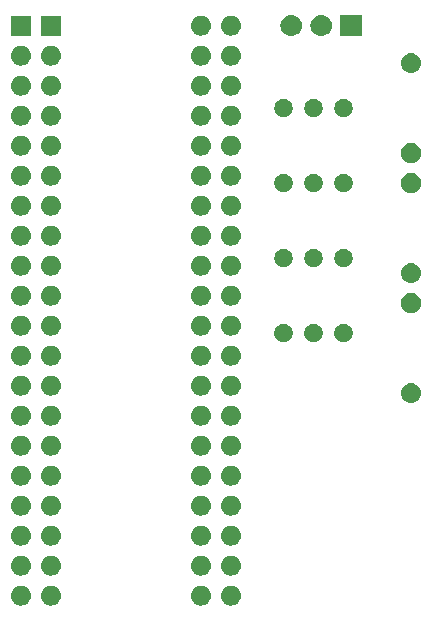
<source format=gbr>
G04 #@! TF.GenerationSoftware,KiCad,Pcbnew,(5.1.2)-1*
G04 #@! TF.CreationDate,2019-11-25T21:42:07-05:00*
G04 #@! TF.ProjectId,svideomod,73766964-656f-46d6-9f64-2e6b69636164,rev?*
G04 #@! TF.SameCoordinates,Original*
G04 #@! TF.FileFunction,Soldermask,Bot*
G04 #@! TF.FilePolarity,Negative*
%FSLAX46Y46*%
G04 Gerber Fmt 4.6, Leading zero omitted, Abs format (unit mm)*
G04 Created by KiCad (PCBNEW (5.1.2)-1) date 2019-11-25 21:42:07*
%MOMM*%
%LPD*%
G04 APERTURE LIST*
%ADD10C,0.100000*%
G04 APERTURE END LIST*
D10*
G36*
X78906823Y-92506313D02*
G01*
X79067242Y-92554976D01*
X79199906Y-92625886D01*
X79215078Y-92633996D01*
X79344659Y-92740341D01*
X79451004Y-92869922D01*
X79451005Y-92869924D01*
X79530024Y-93017758D01*
X79578687Y-93178177D01*
X79595117Y-93345000D01*
X79578687Y-93511823D01*
X79530024Y-93672242D01*
X79459114Y-93804906D01*
X79451004Y-93820078D01*
X79344659Y-93949659D01*
X79215078Y-94056004D01*
X79215076Y-94056005D01*
X79067242Y-94135024D01*
X78906823Y-94183687D01*
X78781804Y-94196000D01*
X78698196Y-94196000D01*
X78573177Y-94183687D01*
X78412758Y-94135024D01*
X78264924Y-94056005D01*
X78264922Y-94056004D01*
X78135341Y-93949659D01*
X78028996Y-93820078D01*
X78020886Y-93804906D01*
X77949976Y-93672242D01*
X77901313Y-93511823D01*
X77884883Y-93345000D01*
X77901313Y-93178177D01*
X77949976Y-93017758D01*
X78028995Y-92869924D01*
X78028996Y-92869922D01*
X78135341Y-92740341D01*
X78264922Y-92633996D01*
X78280094Y-92625886D01*
X78412758Y-92554976D01*
X78573177Y-92506313D01*
X78698196Y-92494000D01*
X78781804Y-92494000D01*
X78906823Y-92506313D01*
X78906823Y-92506313D01*
G37*
G36*
X61126823Y-92506313D02*
G01*
X61287242Y-92554976D01*
X61419906Y-92625886D01*
X61435078Y-92633996D01*
X61564659Y-92740341D01*
X61671004Y-92869922D01*
X61671005Y-92869924D01*
X61750024Y-93017758D01*
X61798687Y-93178177D01*
X61815117Y-93345000D01*
X61798687Y-93511823D01*
X61750024Y-93672242D01*
X61679114Y-93804906D01*
X61671004Y-93820078D01*
X61564659Y-93949659D01*
X61435078Y-94056004D01*
X61435076Y-94056005D01*
X61287242Y-94135024D01*
X61126823Y-94183687D01*
X61001804Y-94196000D01*
X60918196Y-94196000D01*
X60793177Y-94183687D01*
X60632758Y-94135024D01*
X60484924Y-94056005D01*
X60484922Y-94056004D01*
X60355341Y-93949659D01*
X60248996Y-93820078D01*
X60240886Y-93804906D01*
X60169976Y-93672242D01*
X60121313Y-93511823D01*
X60104883Y-93345000D01*
X60121313Y-93178177D01*
X60169976Y-93017758D01*
X60248995Y-92869924D01*
X60248996Y-92869922D01*
X60355341Y-92740341D01*
X60484922Y-92633996D01*
X60500094Y-92625886D01*
X60632758Y-92554976D01*
X60793177Y-92506313D01*
X60918196Y-92494000D01*
X61001804Y-92494000D01*
X61126823Y-92506313D01*
X61126823Y-92506313D01*
G37*
G36*
X63666823Y-92506313D02*
G01*
X63827242Y-92554976D01*
X63959906Y-92625886D01*
X63975078Y-92633996D01*
X64104659Y-92740341D01*
X64211004Y-92869922D01*
X64211005Y-92869924D01*
X64290024Y-93017758D01*
X64338687Y-93178177D01*
X64355117Y-93345000D01*
X64338687Y-93511823D01*
X64290024Y-93672242D01*
X64219114Y-93804906D01*
X64211004Y-93820078D01*
X64104659Y-93949659D01*
X63975078Y-94056004D01*
X63975076Y-94056005D01*
X63827242Y-94135024D01*
X63666823Y-94183687D01*
X63541804Y-94196000D01*
X63458196Y-94196000D01*
X63333177Y-94183687D01*
X63172758Y-94135024D01*
X63024924Y-94056005D01*
X63024922Y-94056004D01*
X62895341Y-93949659D01*
X62788996Y-93820078D01*
X62780886Y-93804906D01*
X62709976Y-93672242D01*
X62661313Y-93511823D01*
X62644883Y-93345000D01*
X62661313Y-93178177D01*
X62709976Y-93017758D01*
X62788995Y-92869924D01*
X62788996Y-92869922D01*
X62895341Y-92740341D01*
X63024922Y-92633996D01*
X63040094Y-92625886D01*
X63172758Y-92554976D01*
X63333177Y-92506313D01*
X63458196Y-92494000D01*
X63541804Y-92494000D01*
X63666823Y-92506313D01*
X63666823Y-92506313D01*
G37*
G36*
X76366823Y-92506313D02*
G01*
X76527242Y-92554976D01*
X76659906Y-92625886D01*
X76675078Y-92633996D01*
X76804659Y-92740341D01*
X76911004Y-92869922D01*
X76911005Y-92869924D01*
X76990024Y-93017758D01*
X77038687Y-93178177D01*
X77055117Y-93345000D01*
X77038687Y-93511823D01*
X76990024Y-93672242D01*
X76919114Y-93804906D01*
X76911004Y-93820078D01*
X76804659Y-93949659D01*
X76675078Y-94056004D01*
X76675076Y-94056005D01*
X76527242Y-94135024D01*
X76366823Y-94183687D01*
X76241804Y-94196000D01*
X76158196Y-94196000D01*
X76033177Y-94183687D01*
X75872758Y-94135024D01*
X75724924Y-94056005D01*
X75724922Y-94056004D01*
X75595341Y-93949659D01*
X75488996Y-93820078D01*
X75480886Y-93804906D01*
X75409976Y-93672242D01*
X75361313Y-93511823D01*
X75344883Y-93345000D01*
X75361313Y-93178177D01*
X75409976Y-93017758D01*
X75488995Y-92869924D01*
X75488996Y-92869922D01*
X75595341Y-92740341D01*
X75724922Y-92633996D01*
X75740094Y-92625886D01*
X75872758Y-92554976D01*
X76033177Y-92506313D01*
X76158196Y-92494000D01*
X76241804Y-92494000D01*
X76366823Y-92506313D01*
X76366823Y-92506313D01*
G37*
G36*
X61126823Y-89966313D02*
G01*
X61287242Y-90014976D01*
X61419906Y-90085886D01*
X61435078Y-90093996D01*
X61564659Y-90200341D01*
X61671004Y-90329922D01*
X61671005Y-90329924D01*
X61750024Y-90477758D01*
X61798687Y-90638177D01*
X61815117Y-90805000D01*
X61798687Y-90971823D01*
X61750024Y-91132242D01*
X61679114Y-91264906D01*
X61671004Y-91280078D01*
X61564659Y-91409659D01*
X61435078Y-91516004D01*
X61435076Y-91516005D01*
X61287242Y-91595024D01*
X61126823Y-91643687D01*
X61001804Y-91656000D01*
X60918196Y-91656000D01*
X60793177Y-91643687D01*
X60632758Y-91595024D01*
X60484924Y-91516005D01*
X60484922Y-91516004D01*
X60355341Y-91409659D01*
X60248996Y-91280078D01*
X60240886Y-91264906D01*
X60169976Y-91132242D01*
X60121313Y-90971823D01*
X60104883Y-90805000D01*
X60121313Y-90638177D01*
X60169976Y-90477758D01*
X60248995Y-90329924D01*
X60248996Y-90329922D01*
X60355341Y-90200341D01*
X60484922Y-90093996D01*
X60500094Y-90085886D01*
X60632758Y-90014976D01*
X60793177Y-89966313D01*
X60918196Y-89954000D01*
X61001804Y-89954000D01*
X61126823Y-89966313D01*
X61126823Y-89966313D01*
G37*
G36*
X76366823Y-89966313D02*
G01*
X76527242Y-90014976D01*
X76659906Y-90085886D01*
X76675078Y-90093996D01*
X76804659Y-90200341D01*
X76911004Y-90329922D01*
X76911005Y-90329924D01*
X76990024Y-90477758D01*
X77038687Y-90638177D01*
X77055117Y-90805000D01*
X77038687Y-90971823D01*
X76990024Y-91132242D01*
X76919114Y-91264906D01*
X76911004Y-91280078D01*
X76804659Y-91409659D01*
X76675078Y-91516004D01*
X76675076Y-91516005D01*
X76527242Y-91595024D01*
X76366823Y-91643687D01*
X76241804Y-91656000D01*
X76158196Y-91656000D01*
X76033177Y-91643687D01*
X75872758Y-91595024D01*
X75724924Y-91516005D01*
X75724922Y-91516004D01*
X75595341Y-91409659D01*
X75488996Y-91280078D01*
X75480886Y-91264906D01*
X75409976Y-91132242D01*
X75361313Y-90971823D01*
X75344883Y-90805000D01*
X75361313Y-90638177D01*
X75409976Y-90477758D01*
X75488995Y-90329924D01*
X75488996Y-90329922D01*
X75595341Y-90200341D01*
X75724922Y-90093996D01*
X75740094Y-90085886D01*
X75872758Y-90014976D01*
X76033177Y-89966313D01*
X76158196Y-89954000D01*
X76241804Y-89954000D01*
X76366823Y-89966313D01*
X76366823Y-89966313D01*
G37*
G36*
X63666823Y-89966313D02*
G01*
X63827242Y-90014976D01*
X63959906Y-90085886D01*
X63975078Y-90093996D01*
X64104659Y-90200341D01*
X64211004Y-90329922D01*
X64211005Y-90329924D01*
X64290024Y-90477758D01*
X64338687Y-90638177D01*
X64355117Y-90805000D01*
X64338687Y-90971823D01*
X64290024Y-91132242D01*
X64219114Y-91264906D01*
X64211004Y-91280078D01*
X64104659Y-91409659D01*
X63975078Y-91516004D01*
X63975076Y-91516005D01*
X63827242Y-91595024D01*
X63666823Y-91643687D01*
X63541804Y-91656000D01*
X63458196Y-91656000D01*
X63333177Y-91643687D01*
X63172758Y-91595024D01*
X63024924Y-91516005D01*
X63024922Y-91516004D01*
X62895341Y-91409659D01*
X62788996Y-91280078D01*
X62780886Y-91264906D01*
X62709976Y-91132242D01*
X62661313Y-90971823D01*
X62644883Y-90805000D01*
X62661313Y-90638177D01*
X62709976Y-90477758D01*
X62788995Y-90329924D01*
X62788996Y-90329922D01*
X62895341Y-90200341D01*
X63024922Y-90093996D01*
X63040094Y-90085886D01*
X63172758Y-90014976D01*
X63333177Y-89966313D01*
X63458196Y-89954000D01*
X63541804Y-89954000D01*
X63666823Y-89966313D01*
X63666823Y-89966313D01*
G37*
G36*
X78906823Y-89966313D02*
G01*
X79067242Y-90014976D01*
X79199906Y-90085886D01*
X79215078Y-90093996D01*
X79344659Y-90200341D01*
X79451004Y-90329922D01*
X79451005Y-90329924D01*
X79530024Y-90477758D01*
X79578687Y-90638177D01*
X79595117Y-90805000D01*
X79578687Y-90971823D01*
X79530024Y-91132242D01*
X79459114Y-91264906D01*
X79451004Y-91280078D01*
X79344659Y-91409659D01*
X79215078Y-91516004D01*
X79215076Y-91516005D01*
X79067242Y-91595024D01*
X78906823Y-91643687D01*
X78781804Y-91656000D01*
X78698196Y-91656000D01*
X78573177Y-91643687D01*
X78412758Y-91595024D01*
X78264924Y-91516005D01*
X78264922Y-91516004D01*
X78135341Y-91409659D01*
X78028996Y-91280078D01*
X78020886Y-91264906D01*
X77949976Y-91132242D01*
X77901313Y-90971823D01*
X77884883Y-90805000D01*
X77901313Y-90638177D01*
X77949976Y-90477758D01*
X78028995Y-90329924D01*
X78028996Y-90329922D01*
X78135341Y-90200341D01*
X78264922Y-90093996D01*
X78280094Y-90085886D01*
X78412758Y-90014976D01*
X78573177Y-89966313D01*
X78698196Y-89954000D01*
X78781804Y-89954000D01*
X78906823Y-89966313D01*
X78906823Y-89966313D01*
G37*
G36*
X78906823Y-87426313D02*
G01*
X79067242Y-87474976D01*
X79199906Y-87545886D01*
X79215078Y-87553996D01*
X79344659Y-87660341D01*
X79451004Y-87789922D01*
X79451005Y-87789924D01*
X79530024Y-87937758D01*
X79578687Y-88098177D01*
X79595117Y-88265000D01*
X79578687Y-88431823D01*
X79530024Y-88592242D01*
X79459114Y-88724906D01*
X79451004Y-88740078D01*
X79344659Y-88869659D01*
X79215078Y-88976004D01*
X79215076Y-88976005D01*
X79067242Y-89055024D01*
X78906823Y-89103687D01*
X78781804Y-89116000D01*
X78698196Y-89116000D01*
X78573177Y-89103687D01*
X78412758Y-89055024D01*
X78264924Y-88976005D01*
X78264922Y-88976004D01*
X78135341Y-88869659D01*
X78028996Y-88740078D01*
X78020886Y-88724906D01*
X77949976Y-88592242D01*
X77901313Y-88431823D01*
X77884883Y-88265000D01*
X77901313Y-88098177D01*
X77949976Y-87937758D01*
X78028995Y-87789924D01*
X78028996Y-87789922D01*
X78135341Y-87660341D01*
X78264922Y-87553996D01*
X78280094Y-87545886D01*
X78412758Y-87474976D01*
X78573177Y-87426313D01*
X78698196Y-87414000D01*
X78781804Y-87414000D01*
X78906823Y-87426313D01*
X78906823Y-87426313D01*
G37*
G36*
X63666823Y-87426313D02*
G01*
X63827242Y-87474976D01*
X63959906Y-87545886D01*
X63975078Y-87553996D01*
X64104659Y-87660341D01*
X64211004Y-87789922D01*
X64211005Y-87789924D01*
X64290024Y-87937758D01*
X64338687Y-88098177D01*
X64355117Y-88265000D01*
X64338687Y-88431823D01*
X64290024Y-88592242D01*
X64219114Y-88724906D01*
X64211004Y-88740078D01*
X64104659Y-88869659D01*
X63975078Y-88976004D01*
X63975076Y-88976005D01*
X63827242Y-89055024D01*
X63666823Y-89103687D01*
X63541804Y-89116000D01*
X63458196Y-89116000D01*
X63333177Y-89103687D01*
X63172758Y-89055024D01*
X63024924Y-88976005D01*
X63024922Y-88976004D01*
X62895341Y-88869659D01*
X62788996Y-88740078D01*
X62780886Y-88724906D01*
X62709976Y-88592242D01*
X62661313Y-88431823D01*
X62644883Y-88265000D01*
X62661313Y-88098177D01*
X62709976Y-87937758D01*
X62788995Y-87789924D01*
X62788996Y-87789922D01*
X62895341Y-87660341D01*
X63024922Y-87553996D01*
X63040094Y-87545886D01*
X63172758Y-87474976D01*
X63333177Y-87426313D01*
X63458196Y-87414000D01*
X63541804Y-87414000D01*
X63666823Y-87426313D01*
X63666823Y-87426313D01*
G37*
G36*
X76366823Y-87426313D02*
G01*
X76527242Y-87474976D01*
X76659906Y-87545886D01*
X76675078Y-87553996D01*
X76804659Y-87660341D01*
X76911004Y-87789922D01*
X76911005Y-87789924D01*
X76990024Y-87937758D01*
X77038687Y-88098177D01*
X77055117Y-88265000D01*
X77038687Y-88431823D01*
X76990024Y-88592242D01*
X76919114Y-88724906D01*
X76911004Y-88740078D01*
X76804659Y-88869659D01*
X76675078Y-88976004D01*
X76675076Y-88976005D01*
X76527242Y-89055024D01*
X76366823Y-89103687D01*
X76241804Y-89116000D01*
X76158196Y-89116000D01*
X76033177Y-89103687D01*
X75872758Y-89055024D01*
X75724924Y-88976005D01*
X75724922Y-88976004D01*
X75595341Y-88869659D01*
X75488996Y-88740078D01*
X75480886Y-88724906D01*
X75409976Y-88592242D01*
X75361313Y-88431823D01*
X75344883Y-88265000D01*
X75361313Y-88098177D01*
X75409976Y-87937758D01*
X75488995Y-87789924D01*
X75488996Y-87789922D01*
X75595341Y-87660341D01*
X75724922Y-87553996D01*
X75740094Y-87545886D01*
X75872758Y-87474976D01*
X76033177Y-87426313D01*
X76158196Y-87414000D01*
X76241804Y-87414000D01*
X76366823Y-87426313D01*
X76366823Y-87426313D01*
G37*
G36*
X61126823Y-87426313D02*
G01*
X61287242Y-87474976D01*
X61419906Y-87545886D01*
X61435078Y-87553996D01*
X61564659Y-87660341D01*
X61671004Y-87789922D01*
X61671005Y-87789924D01*
X61750024Y-87937758D01*
X61798687Y-88098177D01*
X61815117Y-88265000D01*
X61798687Y-88431823D01*
X61750024Y-88592242D01*
X61679114Y-88724906D01*
X61671004Y-88740078D01*
X61564659Y-88869659D01*
X61435078Y-88976004D01*
X61435076Y-88976005D01*
X61287242Y-89055024D01*
X61126823Y-89103687D01*
X61001804Y-89116000D01*
X60918196Y-89116000D01*
X60793177Y-89103687D01*
X60632758Y-89055024D01*
X60484924Y-88976005D01*
X60484922Y-88976004D01*
X60355341Y-88869659D01*
X60248996Y-88740078D01*
X60240886Y-88724906D01*
X60169976Y-88592242D01*
X60121313Y-88431823D01*
X60104883Y-88265000D01*
X60121313Y-88098177D01*
X60169976Y-87937758D01*
X60248995Y-87789924D01*
X60248996Y-87789922D01*
X60355341Y-87660341D01*
X60484922Y-87553996D01*
X60500094Y-87545886D01*
X60632758Y-87474976D01*
X60793177Y-87426313D01*
X60918196Y-87414000D01*
X61001804Y-87414000D01*
X61126823Y-87426313D01*
X61126823Y-87426313D01*
G37*
G36*
X78906823Y-84886313D02*
G01*
X79067242Y-84934976D01*
X79199906Y-85005886D01*
X79215078Y-85013996D01*
X79344659Y-85120341D01*
X79451004Y-85249922D01*
X79451005Y-85249924D01*
X79530024Y-85397758D01*
X79578687Y-85558177D01*
X79595117Y-85725000D01*
X79578687Y-85891823D01*
X79530024Y-86052242D01*
X79459114Y-86184906D01*
X79451004Y-86200078D01*
X79344659Y-86329659D01*
X79215078Y-86436004D01*
X79215076Y-86436005D01*
X79067242Y-86515024D01*
X78906823Y-86563687D01*
X78781804Y-86576000D01*
X78698196Y-86576000D01*
X78573177Y-86563687D01*
X78412758Y-86515024D01*
X78264924Y-86436005D01*
X78264922Y-86436004D01*
X78135341Y-86329659D01*
X78028996Y-86200078D01*
X78020886Y-86184906D01*
X77949976Y-86052242D01*
X77901313Y-85891823D01*
X77884883Y-85725000D01*
X77901313Y-85558177D01*
X77949976Y-85397758D01*
X78028995Y-85249924D01*
X78028996Y-85249922D01*
X78135341Y-85120341D01*
X78264922Y-85013996D01*
X78280094Y-85005886D01*
X78412758Y-84934976D01*
X78573177Y-84886313D01*
X78698196Y-84874000D01*
X78781804Y-84874000D01*
X78906823Y-84886313D01*
X78906823Y-84886313D01*
G37*
G36*
X61126823Y-84886313D02*
G01*
X61287242Y-84934976D01*
X61419906Y-85005886D01*
X61435078Y-85013996D01*
X61564659Y-85120341D01*
X61671004Y-85249922D01*
X61671005Y-85249924D01*
X61750024Y-85397758D01*
X61798687Y-85558177D01*
X61815117Y-85725000D01*
X61798687Y-85891823D01*
X61750024Y-86052242D01*
X61679114Y-86184906D01*
X61671004Y-86200078D01*
X61564659Y-86329659D01*
X61435078Y-86436004D01*
X61435076Y-86436005D01*
X61287242Y-86515024D01*
X61126823Y-86563687D01*
X61001804Y-86576000D01*
X60918196Y-86576000D01*
X60793177Y-86563687D01*
X60632758Y-86515024D01*
X60484924Y-86436005D01*
X60484922Y-86436004D01*
X60355341Y-86329659D01*
X60248996Y-86200078D01*
X60240886Y-86184906D01*
X60169976Y-86052242D01*
X60121313Y-85891823D01*
X60104883Y-85725000D01*
X60121313Y-85558177D01*
X60169976Y-85397758D01*
X60248995Y-85249924D01*
X60248996Y-85249922D01*
X60355341Y-85120341D01*
X60484922Y-85013996D01*
X60500094Y-85005886D01*
X60632758Y-84934976D01*
X60793177Y-84886313D01*
X60918196Y-84874000D01*
X61001804Y-84874000D01*
X61126823Y-84886313D01*
X61126823Y-84886313D01*
G37*
G36*
X63666823Y-84886313D02*
G01*
X63827242Y-84934976D01*
X63959906Y-85005886D01*
X63975078Y-85013996D01*
X64104659Y-85120341D01*
X64211004Y-85249922D01*
X64211005Y-85249924D01*
X64290024Y-85397758D01*
X64338687Y-85558177D01*
X64355117Y-85725000D01*
X64338687Y-85891823D01*
X64290024Y-86052242D01*
X64219114Y-86184906D01*
X64211004Y-86200078D01*
X64104659Y-86329659D01*
X63975078Y-86436004D01*
X63975076Y-86436005D01*
X63827242Y-86515024D01*
X63666823Y-86563687D01*
X63541804Y-86576000D01*
X63458196Y-86576000D01*
X63333177Y-86563687D01*
X63172758Y-86515024D01*
X63024924Y-86436005D01*
X63024922Y-86436004D01*
X62895341Y-86329659D01*
X62788996Y-86200078D01*
X62780886Y-86184906D01*
X62709976Y-86052242D01*
X62661313Y-85891823D01*
X62644883Y-85725000D01*
X62661313Y-85558177D01*
X62709976Y-85397758D01*
X62788995Y-85249924D01*
X62788996Y-85249922D01*
X62895341Y-85120341D01*
X63024922Y-85013996D01*
X63040094Y-85005886D01*
X63172758Y-84934976D01*
X63333177Y-84886313D01*
X63458196Y-84874000D01*
X63541804Y-84874000D01*
X63666823Y-84886313D01*
X63666823Y-84886313D01*
G37*
G36*
X76366823Y-84886313D02*
G01*
X76527242Y-84934976D01*
X76659906Y-85005886D01*
X76675078Y-85013996D01*
X76804659Y-85120341D01*
X76911004Y-85249922D01*
X76911005Y-85249924D01*
X76990024Y-85397758D01*
X77038687Y-85558177D01*
X77055117Y-85725000D01*
X77038687Y-85891823D01*
X76990024Y-86052242D01*
X76919114Y-86184906D01*
X76911004Y-86200078D01*
X76804659Y-86329659D01*
X76675078Y-86436004D01*
X76675076Y-86436005D01*
X76527242Y-86515024D01*
X76366823Y-86563687D01*
X76241804Y-86576000D01*
X76158196Y-86576000D01*
X76033177Y-86563687D01*
X75872758Y-86515024D01*
X75724924Y-86436005D01*
X75724922Y-86436004D01*
X75595341Y-86329659D01*
X75488996Y-86200078D01*
X75480886Y-86184906D01*
X75409976Y-86052242D01*
X75361313Y-85891823D01*
X75344883Y-85725000D01*
X75361313Y-85558177D01*
X75409976Y-85397758D01*
X75488995Y-85249924D01*
X75488996Y-85249922D01*
X75595341Y-85120341D01*
X75724922Y-85013996D01*
X75740094Y-85005886D01*
X75872758Y-84934976D01*
X76033177Y-84886313D01*
X76158196Y-84874000D01*
X76241804Y-84874000D01*
X76366823Y-84886313D01*
X76366823Y-84886313D01*
G37*
G36*
X61126823Y-82346313D02*
G01*
X61287242Y-82394976D01*
X61419906Y-82465886D01*
X61435078Y-82473996D01*
X61564659Y-82580341D01*
X61671004Y-82709922D01*
X61671005Y-82709924D01*
X61750024Y-82857758D01*
X61798687Y-83018177D01*
X61815117Y-83185000D01*
X61798687Y-83351823D01*
X61750024Y-83512242D01*
X61679114Y-83644906D01*
X61671004Y-83660078D01*
X61564659Y-83789659D01*
X61435078Y-83896004D01*
X61435076Y-83896005D01*
X61287242Y-83975024D01*
X61126823Y-84023687D01*
X61001804Y-84036000D01*
X60918196Y-84036000D01*
X60793177Y-84023687D01*
X60632758Y-83975024D01*
X60484924Y-83896005D01*
X60484922Y-83896004D01*
X60355341Y-83789659D01*
X60248996Y-83660078D01*
X60240886Y-83644906D01*
X60169976Y-83512242D01*
X60121313Y-83351823D01*
X60104883Y-83185000D01*
X60121313Y-83018177D01*
X60169976Y-82857758D01*
X60248995Y-82709924D01*
X60248996Y-82709922D01*
X60355341Y-82580341D01*
X60484922Y-82473996D01*
X60500094Y-82465886D01*
X60632758Y-82394976D01*
X60793177Y-82346313D01*
X60918196Y-82334000D01*
X61001804Y-82334000D01*
X61126823Y-82346313D01*
X61126823Y-82346313D01*
G37*
G36*
X76366823Y-82346313D02*
G01*
X76527242Y-82394976D01*
X76659906Y-82465886D01*
X76675078Y-82473996D01*
X76804659Y-82580341D01*
X76911004Y-82709922D01*
X76911005Y-82709924D01*
X76990024Y-82857758D01*
X77038687Y-83018177D01*
X77055117Y-83185000D01*
X77038687Y-83351823D01*
X76990024Y-83512242D01*
X76919114Y-83644906D01*
X76911004Y-83660078D01*
X76804659Y-83789659D01*
X76675078Y-83896004D01*
X76675076Y-83896005D01*
X76527242Y-83975024D01*
X76366823Y-84023687D01*
X76241804Y-84036000D01*
X76158196Y-84036000D01*
X76033177Y-84023687D01*
X75872758Y-83975024D01*
X75724924Y-83896005D01*
X75724922Y-83896004D01*
X75595341Y-83789659D01*
X75488996Y-83660078D01*
X75480886Y-83644906D01*
X75409976Y-83512242D01*
X75361313Y-83351823D01*
X75344883Y-83185000D01*
X75361313Y-83018177D01*
X75409976Y-82857758D01*
X75488995Y-82709924D01*
X75488996Y-82709922D01*
X75595341Y-82580341D01*
X75724922Y-82473996D01*
X75740094Y-82465886D01*
X75872758Y-82394976D01*
X76033177Y-82346313D01*
X76158196Y-82334000D01*
X76241804Y-82334000D01*
X76366823Y-82346313D01*
X76366823Y-82346313D01*
G37*
G36*
X63666823Y-82346313D02*
G01*
X63827242Y-82394976D01*
X63959906Y-82465886D01*
X63975078Y-82473996D01*
X64104659Y-82580341D01*
X64211004Y-82709922D01*
X64211005Y-82709924D01*
X64290024Y-82857758D01*
X64338687Y-83018177D01*
X64355117Y-83185000D01*
X64338687Y-83351823D01*
X64290024Y-83512242D01*
X64219114Y-83644906D01*
X64211004Y-83660078D01*
X64104659Y-83789659D01*
X63975078Y-83896004D01*
X63975076Y-83896005D01*
X63827242Y-83975024D01*
X63666823Y-84023687D01*
X63541804Y-84036000D01*
X63458196Y-84036000D01*
X63333177Y-84023687D01*
X63172758Y-83975024D01*
X63024924Y-83896005D01*
X63024922Y-83896004D01*
X62895341Y-83789659D01*
X62788996Y-83660078D01*
X62780886Y-83644906D01*
X62709976Y-83512242D01*
X62661313Y-83351823D01*
X62644883Y-83185000D01*
X62661313Y-83018177D01*
X62709976Y-82857758D01*
X62788995Y-82709924D01*
X62788996Y-82709922D01*
X62895341Y-82580341D01*
X63024922Y-82473996D01*
X63040094Y-82465886D01*
X63172758Y-82394976D01*
X63333177Y-82346313D01*
X63458196Y-82334000D01*
X63541804Y-82334000D01*
X63666823Y-82346313D01*
X63666823Y-82346313D01*
G37*
G36*
X78906823Y-82346313D02*
G01*
X79067242Y-82394976D01*
X79199906Y-82465886D01*
X79215078Y-82473996D01*
X79344659Y-82580341D01*
X79451004Y-82709922D01*
X79451005Y-82709924D01*
X79530024Y-82857758D01*
X79578687Y-83018177D01*
X79595117Y-83185000D01*
X79578687Y-83351823D01*
X79530024Y-83512242D01*
X79459114Y-83644906D01*
X79451004Y-83660078D01*
X79344659Y-83789659D01*
X79215078Y-83896004D01*
X79215076Y-83896005D01*
X79067242Y-83975024D01*
X78906823Y-84023687D01*
X78781804Y-84036000D01*
X78698196Y-84036000D01*
X78573177Y-84023687D01*
X78412758Y-83975024D01*
X78264924Y-83896005D01*
X78264922Y-83896004D01*
X78135341Y-83789659D01*
X78028996Y-83660078D01*
X78020886Y-83644906D01*
X77949976Y-83512242D01*
X77901313Y-83351823D01*
X77884883Y-83185000D01*
X77901313Y-83018177D01*
X77949976Y-82857758D01*
X78028995Y-82709924D01*
X78028996Y-82709922D01*
X78135341Y-82580341D01*
X78264922Y-82473996D01*
X78280094Y-82465886D01*
X78412758Y-82394976D01*
X78573177Y-82346313D01*
X78698196Y-82334000D01*
X78781804Y-82334000D01*
X78906823Y-82346313D01*
X78906823Y-82346313D01*
G37*
G36*
X63666823Y-79806313D02*
G01*
X63827242Y-79854976D01*
X63959906Y-79925886D01*
X63975078Y-79933996D01*
X64104659Y-80040341D01*
X64211004Y-80169922D01*
X64211005Y-80169924D01*
X64290024Y-80317758D01*
X64338687Y-80478177D01*
X64355117Y-80645000D01*
X64338687Y-80811823D01*
X64290024Y-80972242D01*
X64219114Y-81104906D01*
X64211004Y-81120078D01*
X64104659Y-81249659D01*
X63975078Y-81356004D01*
X63975076Y-81356005D01*
X63827242Y-81435024D01*
X63666823Y-81483687D01*
X63541804Y-81496000D01*
X63458196Y-81496000D01*
X63333177Y-81483687D01*
X63172758Y-81435024D01*
X63024924Y-81356005D01*
X63024922Y-81356004D01*
X62895341Y-81249659D01*
X62788996Y-81120078D01*
X62780886Y-81104906D01*
X62709976Y-80972242D01*
X62661313Y-80811823D01*
X62644883Y-80645000D01*
X62661313Y-80478177D01*
X62709976Y-80317758D01*
X62788995Y-80169924D01*
X62788996Y-80169922D01*
X62895341Y-80040341D01*
X63024922Y-79933996D01*
X63040094Y-79925886D01*
X63172758Y-79854976D01*
X63333177Y-79806313D01*
X63458196Y-79794000D01*
X63541804Y-79794000D01*
X63666823Y-79806313D01*
X63666823Y-79806313D01*
G37*
G36*
X76366823Y-79806313D02*
G01*
X76527242Y-79854976D01*
X76659906Y-79925886D01*
X76675078Y-79933996D01*
X76804659Y-80040341D01*
X76911004Y-80169922D01*
X76911005Y-80169924D01*
X76990024Y-80317758D01*
X77038687Y-80478177D01*
X77055117Y-80645000D01*
X77038687Y-80811823D01*
X76990024Y-80972242D01*
X76919114Y-81104906D01*
X76911004Y-81120078D01*
X76804659Y-81249659D01*
X76675078Y-81356004D01*
X76675076Y-81356005D01*
X76527242Y-81435024D01*
X76366823Y-81483687D01*
X76241804Y-81496000D01*
X76158196Y-81496000D01*
X76033177Y-81483687D01*
X75872758Y-81435024D01*
X75724924Y-81356005D01*
X75724922Y-81356004D01*
X75595341Y-81249659D01*
X75488996Y-81120078D01*
X75480886Y-81104906D01*
X75409976Y-80972242D01*
X75361313Y-80811823D01*
X75344883Y-80645000D01*
X75361313Y-80478177D01*
X75409976Y-80317758D01*
X75488995Y-80169924D01*
X75488996Y-80169922D01*
X75595341Y-80040341D01*
X75724922Y-79933996D01*
X75740094Y-79925886D01*
X75872758Y-79854976D01*
X76033177Y-79806313D01*
X76158196Y-79794000D01*
X76241804Y-79794000D01*
X76366823Y-79806313D01*
X76366823Y-79806313D01*
G37*
G36*
X61126823Y-79806313D02*
G01*
X61287242Y-79854976D01*
X61419906Y-79925886D01*
X61435078Y-79933996D01*
X61564659Y-80040341D01*
X61671004Y-80169922D01*
X61671005Y-80169924D01*
X61750024Y-80317758D01*
X61798687Y-80478177D01*
X61815117Y-80645000D01*
X61798687Y-80811823D01*
X61750024Y-80972242D01*
X61679114Y-81104906D01*
X61671004Y-81120078D01*
X61564659Y-81249659D01*
X61435078Y-81356004D01*
X61435076Y-81356005D01*
X61287242Y-81435024D01*
X61126823Y-81483687D01*
X61001804Y-81496000D01*
X60918196Y-81496000D01*
X60793177Y-81483687D01*
X60632758Y-81435024D01*
X60484924Y-81356005D01*
X60484922Y-81356004D01*
X60355341Y-81249659D01*
X60248996Y-81120078D01*
X60240886Y-81104906D01*
X60169976Y-80972242D01*
X60121313Y-80811823D01*
X60104883Y-80645000D01*
X60121313Y-80478177D01*
X60169976Y-80317758D01*
X60248995Y-80169924D01*
X60248996Y-80169922D01*
X60355341Y-80040341D01*
X60484922Y-79933996D01*
X60500094Y-79925886D01*
X60632758Y-79854976D01*
X60793177Y-79806313D01*
X60918196Y-79794000D01*
X61001804Y-79794000D01*
X61126823Y-79806313D01*
X61126823Y-79806313D01*
G37*
G36*
X78906823Y-79806313D02*
G01*
X79067242Y-79854976D01*
X79199906Y-79925886D01*
X79215078Y-79933996D01*
X79344659Y-80040341D01*
X79451004Y-80169922D01*
X79451005Y-80169924D01*
X79530024Y-80317758D01*
X79578687Y-80478177D01*
X79595117Y-80645000D01*
X79578687Y-80811823D01*
X79530024Y-80972242D01*
X79459114Y-81104906D01*
X79451004Y-81120078D01*
X79344659Y-81249659D01*
X79215078Y-81356004D01*
X79215076Y-81356005D01*
X79067242Y-81435024D01*
X78906823Y-81483687D01*
X78781804Y-81496000D01*
X78698196Y-81496000D01*
X78573177Y-81483687D01*
X78412758Y-81435024D01*
X78264924Y-81356005D01*
X78264922Y-81356004D01*
X78135341Y-81249659D01*
X78028996Y-81120078D01*
X78020886Y-81104906D01*
X77949976Y-80972242D01*
X77901313Y-80811823D01*
X77884883Y-80645000D01*
X77901313Y-80478177D01*
X77949976Y-80317758D01*
X78028995Y-80169924D01*
X78028996Y-80169922D01*
X78135341Y-80040341D01*
X78264922Y-79933996D01*
X78280094Y-79925886D01*
X78412758Y-79854976D01*
X78573177Y-79806313D01*
X78698196Y-79794000D01*
X78781804Y-79794000D01*
X78906823Y-79806313D01*
X78906823Y-79806313D01*
G37*
G36*
X78906823Y-77266313D02*
G01*
X79067242Y-77314976D01*
X79199906Y-77385886D01*
X79215078Y-77393996D01*
X79344659Y-77500341D01*
X79451004Y-77629922D01*
X79451005Y-77629924D01*
X79530024Y-77777758D01*
X79578687Y-77938177D01*
X79595117Y-78105000D01*
X79578687Y-78271823D01*
X79530024Y-78432242D01*
X79459114Y-78564906D01*
X79451004Y-78580078D01*
X79344659Y-78709659D01*
X79215078Y-78816004D01*
X79215076Y-78816005D01*
X79067242Y-78895024D01*
X78906823Y-78943687D01*
X78781804Y-78956000D01*
X78698196Y-78956000D01*
X78573177Y-78943687D01*
X78412758Y-78895024D01*
X78264924Y-78816005D01*
X78264922Y-78816004D01*
X78135341Y-78709659D01*
X78028996Y-78580078D01*
X78020886Y-78564906D01*
X77949976Y-78432242D01*
X77901313Y-78271823D01*
X77884883Y-78105000D01*
X77901313Y-77938177D01*
X77949976Y-77777758D01*
X78028995Y-77629924D01*
X78028996Y-77629922D01*
X78135341Y-77500341D01*
X78264922Y-77393996D01*
X78280094Y-77385886D01*
X78412758Y-77314976D01*
X78573177Y-77266313D01*
X78698196Y-77254000D01*
X78781804Y-77254000D01*
X78906823Y-77266313D01*
X78906823Y-77266313D01*
G37*
G36*
X63666823Y-77266313D02*
G01*
X63827242Y-77314976D01*
X63959906Y-77385886D01*
X63975078Y-77393996D01*
X64104659Y-77500341D01*
X64211004Y-77629922D01*
X64211005Y-77629924D01*
X64290024Y-77777758D01*
X64338687Y-77938177D01*
X64355117Y-78105000D01*
X64338687Y-78271823D01*
X64290024Y-78432242D01*
X64219114Y-78564906D01*
X64211004Y-78580078D01*
X64104659Y-78709659D01*
X63975078Y-78816004D01*
X63975076Y-78816005D01*
X63827242Y-78895024D01*
X63666823Y-78943687D01*
X63541804Y-78956000D01*
X63458196Y-78956000D01*
X63333177Y-78943687D01*
X63172758Y-78895024D01*
X63024924Y-78816005D01*
X63024922Y-78816004D01*
X62895341Y-78709659D01*
X62788996Y-78580078D01*
X62780886Y-78564906D01*
X62709976Y-78432242D01*
X62661313Y-78271823D01*
X62644883Y-78105000D01*
X62661313Y-77938177D01*
X62709976Y-77777758D01*
X62788995Y-77629924D01*
X62788996Y-77629922D01*
X62895341Y-77500341D01*
X63024922Y-77393996D01*
X63040094Y-77385886D01*
X63172758Y-77314976D01*
X63333177Y-77266313D01*
X63458196Y-77254000D01*
X63541804Y-77254000D01*
X63666823Y-77266313D01*
X63666823Y-77266313D01*
G37*
G36*
X61126823Y-77266313D02*
G01*
X61287242Y-77314976D01*
X61419906Y-77385886D01*
X61435078Y-77393996D01*
X61564659Y-77500341D01*
X61671004Y-77629922D01*
X61671005Y-77629924D01*
X61750024Y-77777758D01*
X61798687Y-77938177D01*
X61815117Y-78105000D01*
X61798687Y-78271823D01*
X61750024Y-78432242D01*
X61679114Y-78564906D01*
X61671004Y-78580078D01*
X61564659Y-78709659D01*
X61435078Y-78816004D01*
X61435076Y-78816005D01*
X61287242Y-78895024D01*
X61126823Y-78943687D01*
X61001804Y-78956000D01*
X60918196Y-78956000D01*
X60793177Y-78943687D01*
X60632758Y-78895024D01*
X60484924Y-78816005D01*
X60484922Y-78816004D01*
X60355341Y-78709659D01*
X60248996Y-78580078D01*
X60240886Y-78564906D01*
X60169976Y-78432242D01*
X60121313Y-78271823D01*
X60104883Y-78105000D01*
X60121313Y-77938177D01*
X60169976Y-77777758D01*
X60248995Y-77629924D01*
X60248996Y-77629922D01*
X60355341Y-77500341D01*
X60484922Y-77393996D01*
X60500094Y-77385886D01*
X60632758Y-77314976D01*
X60793177Y-77266313D01*
X60918196Y-77254000D01*
X61001804Y-77254000D01*
X61126823Y-77266313D01*
X61126823Y-77266313D01*
G37*
G36*
X76366823Y-77266313D02*
G01*
X76527242Y-77314976D01*
X76659906Y-77385886D01*
X76675078Y-77393996D01*
X76804659Y-77500341D01*
X76911004Y-77629922D01*
X76911005Y-77629924D01*
X76990024Y-77777758D01*
X77038687Y-77938177D01*
X77055117Y-78105000D01*
X77038687Y-78271823D01*
X76990024Y-78432242D01*
X76919114Y-78564906D01*
X76911004Y-78580078D01*
X76804659Y-78709659D01*
X76675078Y-78816004D01*
X76675076Y-78816005D01*
X76527242Y-78895024D01*
X76366823Y-78943687D01*
X76241804Y-78956000D01*
X76158196Y-78956000D01*
X76033177Y-78943687D01*
X75872758Y-78895024D01*
X75724924Y-78816005D01*
X75724922Y-78816004D01*
X75595341Y-78709659D01*
X75488996Y-78580078D01*
X75480886Y-78564906D01*
X75409976Y-78432242D01*
X75361313Y-78271823D01*
X75344883Y-78105000D01*
X75361313Y-77938177D01*
X75409976Y-77777758D01*
X75488995Y-77629924D01*
X75488996Y-77629922D01*
X75595341Y-77500341D01*
X75724922Y-77393996D01*
X75740094Y-77385886D01*
X75872758Y-77314976D01*
X76033177Y-77266313D01*
X76158196Y-77254000D01*
X76241804Y-77254000D01*
X76366823Y-77266313D01*
X76366823Y-77266313D01*
G37*
G36*
X94146823Y-75361313D02*
G01*
X94307242Y-75409976D01*
X94439906Y-75480886D01*
X94455078Y-75488996D01*
X94584659Y-75595341D01*
X94691004Y-75724922D01*
X94691005Y-75724924D01*
X94770024Y-75872758D01*
X94818687Y-76033177D01*
X94835117Y-76200000D01*
X94818687Y-76366823D01*
X94770024Y-76527242D01*
X94699114Y-76659906D01*
X94691004Y-76675078D01*
X94584659Y-76804659D01*
X94455078Y-76911004D01*
X94455076Y-76911005D01*
X94307242Y-76990024D01*
X94146823Y-77038687D01*
X94021804Y-77051000D01*
X93938196Y-77051000D01*
X93813177Y-77038687D01*
X93652758Y-76990024D01*
X93504924Y-76911005D01*
X93504922Y-76911004D01*
X93375341Y-76804659D01*
X93268996Y-76675078D01*
X93260886Y-76659906D01*
X93189976Y-76527242D01*
X93141313Y-76366823D01*
X93124883Y-76200000D01*
X93141313Y-76033177D01*
X93189976Y-75872758D01*
X93268995Y-75724924D01*
X93268996Y-75724922D01*
X93375341Y-75595341D01*
X93504922Y-75488996D01*
X93520094Y-75480886D01*
X93652758Y-75409976D01*
X93813177Y-75361313D01*
X93938196Y-75349000D01*
X94021804Y-75349000D01*
X94146823Y-75361313D01*
X94146823Y-75361313D01*
G37*
G36*
X76366823Y-74726313D02*
G01*
X76527242Y-74774976D01*
X76659906Y-74845886D01*
X76675078Y-74853996D01*
X76804659Y-74960341D01*
X76911004Y-75089922D01*
X76911005Y-75089924D01*
X76990024Y-75237758D01*
X77038687Y-75398177D01*
X77055117Y-75565000D01*
X77038687Y-75731823D01*
X76990024Y-75892242D01*
X76919114Y-76024906D01*
X76911004Y-76040078D01*
X76804659Y-76169659D01*
X76675078Y-76276004D01*
X76675076Y-76276005D01*
X76527242Y-76355024D01*
X76366823Y-76403687D01*
X76241804Y-76416000D01*
X76158196Y-76416000D01*
X76033177Y-76403687D01*
X75872758Y-76355024D01*
X75724924Y-76276005D01*
X75724922Y-76276004D01*
X75595341Y-76169659D01*
X75488996Y-76040078D01*
X75480886Y-76024906D01*
X75409976Y-75892242D01*
X75361313Y-75731823D01*
X75344883Y-75565000D01*
X75361313Y-75398177D01*
X75409976Y-75237758D01*
X75488995Y-75089924D01*
X75488996Y-75089922D01*
X75595341Y-74960341D01*
X75724922Y-74853996D01*
X75740094Y-74845886D01*
X75872758Y-74774976D01*
X76033177Y-74726313D01*
X76158196Y-74714000D01*
X76241804Y-74714000D01*
X76366823Y-74726313D01*
X76366823Y-74726313D01*
G37*
G36*
X61126823Y-74726313D02*
G01*
X61287242Y-74774976D01*
X61419906Y-74845886D01*
X61435078Y-74853996D01*
X61564659Y-74960341D01*
X61671004Y-75089922D01*
X61671005Y-75089924D01*
X61750024Y-75237758D01*
X61798687Y-75398177D01*
X61815117Y-75565000D01*
X61798687Y-75731823D01*
X61750024Y-75892242D01*
X61679114Y-76024906D01*
X61671004Y-76040078D01*
X61564659Y-76169659D01*
X61435078Y-76276004D01*
X61435076Y-76276005D01*
X61287242Y-76355024D01*
X61126823Y-76403687D01*
X61001804Y-76416000D01*
X60918196Y-76416000D01*
X60793177Y-76403687D01*
X60632758Y-76355024D01*
X60484924Y-76276005D01*
X60484922Y-76276004D01*
X60355341Y-76169659D01*
X60248996Y-76040078D01*
X60240886Y-76024906D01*
X60169976Y-75892242D01*
X60121313Y-75731823D01*
X60104883Y-75565000D01*
X60121313Y-75398177D01*
X60169976Y-75237758D01*
X60248995Y-75089924D01*
X60248996Y-75089922D01*
X60355341Y-74960341D01*
X60484922Y-74853996D01*
X60500094Y-74845886D01*
X60632758Y-74774976D01*
X60793177Y-74726313D01*
X60918196Y-74714000D01*
X61001804Y-74714000D01*
X61126823Y-74726313D01*
X61126823Y-74726313D01*
G37*
G36*
X78906823Y-74726313D02*
G01*
X79067242Y-74774976D01*
X79199906Y-74845886D01*
X79215078Y-74853996D01*
X79344659Y-74960341D01*
X79451004Y-75089922D01*
X79451005Y-75089924D01*
X79530024Y-75237758D01*
X79578687Y-75398177D01*
X79595117Y-75565000D01*
X79578687Y-75731823D01*
X79530024Y-75892242D01*
X79459114Y-76024906D01*
X79451004Y-76040078D01*
X79344659Y-76169659D01*
X79215078Y-76276004D01*
X79215076Y-76276005D01*
X79067242Y-76355024D01*
X78906823Y-76403687D01*
X78781804Y-76416000D01*
X78698196Y-76416000D01*
X78573177Y-76403687D01*
X78412758Y-76355024D01*
X78264924Y-76276005D01*
X78264922Y-76276004D01*
X78135341Y-76169659D01*
X78028996Y-76040078D01*
X78020886Y-76024906D01*
X77949976Y-75892242D01*
X77901313Y-75731823D01*
X77884883Y-75565000D01*
X77901313Y-75398177D01*
X77949976Y-75237758D01*
X78028995Y-75089924D01*
X78028996Y-75089922D01*
X78135341Y-74960341D01*
X78264922Y-74853996D01*
X78280094Y-74845886D01*
X78412758Y-74774976D01*
X78573177Y-74726313D01*
X78698196Y-74714000D01*
X78781804Y-74714000D01*
X78906823Y-74726313D01*
X78906823Y-74726313D01*
G37*
G36*
X63666823Y-74726313D02*
G01*
X63827242Y-74774976D01*
X63959906Y-74845886D01*
X63975078Y-74853996D01*
X64104659Y-74960341D01*
X64211004Y-75089922D01*
X64211005Y-75089924D01*
X64290024Y-75237758D01*
X64338687Y-75398177D01*
X64355117Y-75565000D01*
X64338687Y-75731823D01*
X64290024Y-75892242D01*
X64219114Y-76024906D01*
X64211004Y-76040078D01*
X64104659Y-76169659D01*
X63975078Y-76276004D01*
X63975076Y-76276005D01*
X63827242Y-76355024D01*
X63666823Y-76403687D01*
X63541804Y-76416000D01*
X63458196Y-76416000D01*
X63333177Y-76403687D01*
X63172758Y-76355024D01*
X63024924Y-76276005D01*
X63024922Y-76276004D01*
X62895341Y-76169659D01*
X62788996Y-76040078D01*
X62780886Y-76024906D01*
X62709976Y-75892242D01*
X62661313Y-75731823D01*
X62644883Y-75565000D01*
X62661313Y-75398177D01*
X62709976Y-75237758D01*
X62788995Y-75089924D01*
X62788996Y-75089922D01*
X62895341Y-74960341D01*
X63024922Y-74853996D01*
X63040094Y-74845886D01*
X63172758Y-74774976D01*
X63333177Y-74726313D01*
X63458196Y-74714000D01*
X63541804Y-74714000D01*
X63666823Y-74726313D01*
X63666823Y-74726313D01*
G37*
G36*
X61126823Y-72186313D02*
G01*
X61287242Y-72234976D01*
X61419906Y-72305886D01*
X61435078Y-72313996D01*
X61564659Y-72420341D01*
X61671004Y-72549922D01*
X61671005Y-72549924D01*
X61750024Y-72697758D01*
X61798687Y-72858177D01*
X61815117Y-73025000D01*
X61798687Y-73191823D01*
X61750024Y-73352242D01*
X61679114Y-73484906D01*
X61671004Y-73500078D01*
X61564659Y-73629659D01*
X61435078Y-73736004D01*
X61435076Y-73736005D01*
X61287242Y-73815024D01*
X61126823Y-73863687D01*
X61001804Y-73876000D01*
X60918196Y-73876000D01*
X60793177Y-73863687D01*
X60632758Y-73815024D01*
X60484924Y-73736005D01*
X60484922Y-73736004D01*
X60355341Y-73629659D01*
X60248996Y-73500078D01*
X60240886Y-73484906D01*
X60169976Y-73352242D01*
X60121313Y-73191823D01*
X60104883Y-73025000D01*
X60121313Y-72858177D01*
X60169976Y-72697758D01*
X60248995Y-72549924D01*
X60248996Y-72549922D01*
X60355341Y-72420341D01*
X60484922Y-72313996D01*
X60500094Y-72305886D01*
X60632758Y-72234976D01*
X60793177Y-72186313D01*
X60918196Y-72174000D01*
X61001804Y-72174000D01*
X61126823Y-72186313D01*
X61126823Y-72186313D01*
G37*
G36*
X63666823Y-72186313D02*
G01*
X63827242Y-72234976D01*
X63959906Y-72305886D01*
X63975078Y-72313996D01*
X64104659Y-72420341D01*
X64211004Y-72549922D01*
X64211005Y-72549924D01*
X64290024Y-72697758D01*
X64338687Y-72858177D01*
X64355117Y-73025000D01*
X64338687Y-73191823D01*
X64290024Y-73352242D01*
X64219114Y-73484906D01*
X64211004Y-73500078D01*
X64104659Y-73629659D01*
X63975078Y-73736004D01*
X63975076Y-73736005D01*
X63827242Y-73815024D01*
X63666823Y-73863687D01*
X63541804Y-73876000D01*
X63458196Y-73876000D01*
X63333177Y-73863687D01*
X63172758Y-73815024D01*
X63024924Y-73736005D01*
X63024922Y-73736004D01*
X62895341Y-73629659D01*
X62788996Y-73500078D01*
X62780886Y-73484906D01*
X62709976Y-73352242D01*
X62661313Y-73191823D01*
X62644883Y-73025000D01*
X62661313Y-72858177D01*
X62709976Y-72697758D01*
X62788995Y-72549924D01*
X62788996Y-72549922D01*
X62895341Y-72420341D01*
X63024922Y-72313996D01*
X63040094Y-72305886D01*
X63172758Y-72234976D01*
X63333177Y-72186313D01*
X63458196Y-72174000D01*
X63541804Y-72174000D01*
X63666823Y-72186313D01*
X63666823Y-72186313D01*
G37*
G36*
X76366823Y-72186313D02*
G01*
X76527242Y-72234976D01*
X76659906Y-72305886D01*
X76675078Y-72313996D01*
X76804659Y-72420341D01*
X76911004Y-72549922D01*
X76911005Y-72549924D01*
X76990024Y-72697758D01*
X77038687Y-72858177D01*
X77055117Y-73025000D01*
X77038687Y-73191823D01*
X76990024Y-73352242D01*
X76919114Y-73484906D01*
X76911004Y-73500078D01*
X76804659Y-73629659D01*
X76675078Y-73736004D01*
X76675076Y-73736005D01*
X76527242Y-73815024D01*
X76366823Y-73863687D01*
X76241804Y-73876000D01*
X76158196Y-73876000D01*
X76033177Y-73863687D01*
X75872758Y-73815024D01*
X75724924Y-73736005D01*
X75724922Y-73736004D01*
X75595341Y-73629659D01*
X75488996Y-73500078D01*
X75480886Y-73484906D01*
X75409976Y-73352242D01*
X75361313Y-73191823D01*
X75344883Y-73025000D01*
X75361313Y-72858177D01*
X75409976Y-72697758D01*
X75488995Y-72549924D01*
X75488996Y-72549922D01*
X75595341Y-72420341D01*
X75724922Y-72313996D01*
X75740094Y-72305886D01*
X75872758Y-72234976D01*
X76033177Y-72186313D01*
X76158196Y-72174000D01*
X76241804Y-72174000D01*
X76366823Y-72186313D01*
X76366823Y-72186313D01*
G37*
G36*
X78906823Y-72186313D02*
G01*
X79067242Y-72234976D01*
X79199906Y-72305886D01*
X79215078Y-72313996D01*
X79344659Y-72420341D01*
X79451004Y-72549922D01*
X79451005Y-72549924D01*
X79530024Y-72697758D01*
X79578687Y-72858177D01*
X79595117Y-73025000D01*
X79578687Y-73191823D01*
X79530024Y-73352242D01*
X79459114Y-73484906D01*
X79451004Y-73500078D01*
X79344659Y-73629659D01*
X79215078Y-73736004D01*
X79215076Y-73736005D01*
X79067242Y-73815024D01*
X78906823Y-73863687D01*
X78781804Y-73876000D01*
X78698196Y-73876000D01*
X78573177Y-73863687D01*
X78412758Y-73815024D01*
X78264924Y-73736005D01*
X78264922Y-73736004D01*
X78135341Y-73629659D01*
X78028996Y-73500078D01*
X78020886Y-73484906D01*
X77949976Y-73352242D01*
X77901313Y-73191823D01*
X77884883Y-73025000D01*
X77901313Y-72858177D01*
X77949976Y-72697758D01*
X78028995Y-72549924D01*
X78028996Y-72549922D01*
X78135341Y-72420341D01*
X78264922Y-72313996D01*
X78280094Y-72305886D01*
X78412758Y-72234976D01*
X78573177Y-72186313D01*
X78698196Y-72174000D01*
X78781804Y-72174000D01*
X78906823Y-72186313D01*
X78906823Y-72186313D01*
G37*
G36*
X88390589Y-70358876D02*
G01*
X88489893Y-70378629D01*
X88630206Y-70436748D01*
X88756484Y-70521125D01*
X88863875Y-70628516D01*
X88948252Y-70754794D01*
X89006371Y-70895107D01*
X89006371Y-70895109D01*
X89036000Y-71044062D01*
X89036000Y-71195938D01*
X89026124Y-71245589D01*
X89006371Y-71344893D01*
X88948252Y-71485206D01*
X88863875Y-71611484D01*
X88756484Y-71718875D01*
X88630206Y-71803252D01*
X88489893Y-71861371D01*
X88390589Y-71881124D01*
X88340938Y-71891000D01*
X88189062Y-71891000D01*
X88139411Y-71881124D01*
X88040107Y-71861371D01*
X87899794Y-71803252D01*
X87773516Y-71718875D01*
X87666125Y-71611484D01*
X87581748Y-71485206D01*
X87523629Y-71344893D01*
X87503876Y-71245589D01*
X87494000Y-71195938D01*
X87494000Y-71044062D01*
X87523629Y-70895109D01*
X87523629Y-70895107D01*
X87581748Y-70754794D01*
X87666125Y-70628516D01*
X87773516Y-70521125D01*
X87899794Y-70436748D01*
X88040107Y-70378629D01*
X88139411Y-70358876D01*
X88189062Y-70349000D01*
X88340938Y-70349000D01*
X88390589Y-70358876D01*
X88390589Y-70358876D01*
G37*
G36*
X83310589Y-70358876D02*
G01*
X83409893Y-70378629D01*
X83550206Y-70436748D01*
X83676484Y-70521125D01*
X83783875Y-70628516D01*
X83868252Y-70754794D01*
X83926371Y-70895107D01*
X83926371Y-70895109D01*
X83956000Y-71044062D01*
X83956000Y-71195938D01*
X83946124Y-71245589D01*
X83926371Y-71344893D01*
X83868252Y-71485206D01*
X83783875Y-71611484D01*
X83676484Y-71718875D01*
X83550206Y-71803252D01*
X83409893Y-71861371D01*
X83310589Y-71881124D01*
X83260938Y-71891000D01*
X83109062Y-71891000D01*
X83059411Y-71881124D01*
X82960107Y-71861371D01*
X82819794Y-71803252D01*
X82693516Y-71718875D01*
X82586125Y-71611484D01*
X82501748Y-71485206D01*
X82443629Y-71344893D01*
X82423876Y-71245589D01*
X82414000Y-71195938D01*
X82414000Y-71044062D01*
X82443629Y-70895109D01*
X82443629Y-70895107D01*
X82501748Y-70754794D01*
X82586125Y-70628516D01*
X82693516Y-70521125D01*
X82819794Y-70436748D01*
X82960107Y-70378629D01*
X83059411Y-70358876D01*
X83109062Y-70349000D01*
X83260938Y-70349000D01*
X83310589Y-70358876D01*
X83310589Y-70358876D01*
G37*
G36*
X85850589Y-70358876D02*
G01*
X85949893Y-70378629D01*
X86090206Y-70436748D01*
X86216484Y-70521125D01*
X86323875Y-70628516D01*
X86408252Y-70754794D01*
X86466371Y-70895107D01*
X86466371Y-70895109D01*
X86496000Y-71044062D01*
X86496000Y-71195938D01*
X86486124Y-71245589D01*
X86466371Y-71344893D01*
X86408252Y-71485206D01*
X86323875Y-71611484D01*
X86216484Y-71718875D01*
X86090206Y-71803252D01*
X85949893Y-71861371D01*
X85850589Y-71881124D01*
X85800938Y-71891000D01*
X85649062Y-71891000D01*
X85599411Y-71881124D01*
X85500107Y-71861371D01*
X85359794Y-71803252D01*
X85233516Y-71718875D01*
X85126125Y-71611484D01*
X85041748Y-71485206D01*
X84983629Y-71344893D01*
X84963876Y-71245589D01*
X84954000Y-71195938D01*
X84954000Y-71044062D01*
X84983629Y-70895109D01*
X84983629Y-70895107D01*
X85041748Y-70754794D01*
X85126125Y-70628516D01*
X85233516Y-70521125D01*
X85359794Y-70436748D01*
X85500107Y-70378629D01*
X85599411Y-70358876D01*
X85649062Y-70349000D01*
X85800938Y-70349000D01*
X85850589Y-70358876D01*
X85850589Y-70358876D01*
G37*
G36*
X78906823Y-69646313D02*
G01*
X79067242Y-69694976D01*
X79199906Y-69765886D01*
X79215078Y-69773996D01*
X79344659Y-69880341D01*
X79451004Y-70009922D01*
X79451005Y-70009924D01*
X79530024Y-70157758D01*
X79578687Y-70318177D01*
X79595117Y-70485000D01*
X79578687Y-70651823D01*
X79530024Y-70812242D01*
X79459114Y-70944906D01*
X79451004Y-70960078D01*
X79344659Y-71089659D01*
X79215078Y-71196004D01*
X79215076Y-71196005D01*
X79067242Y-71275024D01*
X78906823Y-71323687D01*
X78781804Y-71336000D01*
X78698196Y-71336000D01*
X78573177Y-71323687D01*
X78412758Y-71275024D01*
X78264924Y-71196005D01*
X78264922Y-71196004D01*
X78135341Y-71089659D01*
X78028996Y-70960078D01*
X78020886Y-70944906D01*
X77949976Y-70812242D01*
X77901313Y-70651823D01*
X77884883Y-70485000D01*
X77901313Y-70318177D01*
X77949976Y-70157758D01*
X78028995Y-70009924D01*
X78028996Y-70009922D01*
X78135341Y-69880341D01*
X78264922Y-69773996D01*
X78280094Y-69765886D01*
X78412758Y-69694976D01*
X78573177Y-69646313D01*
X78698196Y-69634000D01*
X78781804Y-69634000D01*
X78906823Y-69646313D01*
X78906823Y-69646313D01*
G37*
G36*
X76366823Y-69646313D02*
G01*
X76527242Y-69694976D01*
X76659906Y-69765886D01*
X76675078Y-69773996D01*
X76804659Y-69880341D01*
X76911004Y-70009922D01*
X76911005Y-70009924D01*
X76990024Y-70157758D01*
X77038687Y-70318177D01*
X77055117Y-70485000D01*
X77038687Y-70651823D01*
X76990024Y-70812242D01*
X76919114Y-70944906D01*
X76911004Y-70960078D01*
X76804659Y-71089659D01*
X76675078Y-71196004D01*
X76675076Y-71196005D01*
X76527242Y-71275024D01*
X76366823Y-71323687D01*
X76241804Y-71336000D01*
X76158196Y-71336000D01*
X76033177Y-71323687D01*
X75872758Y-71275024D01*
X75724924Y-71196005D01*
X75724922Y-71196004D01*
X75595341Y-71089659D01*
X75488996Y-70960078D01*
X75480886Y-70944906D01*
X75409976Y-70812242D01*
X75361313Y-70651823D01*
X75344883Y-70485000D01*
X75361313Y-70318177D01*
X75409976Y-70157758D01*
X75488995Y-70009924D01*
X75488996Y-70009922D01*
X75595341Y-69880341D01*
X75724922Y-69773996D01*
X75740094Y-69765886D01*
X75872758Y-69694976D01*
X76033177Y-69646313D01*
X76158196Y-69634000D01*
X76241804Y-69634000D01*
X76366823Y-69646313D01*
X76366823Y-69646313D01*
G37*
G36*
X63666823Y-69646313D02*
G01*
X63827242Y-69694976D01*
X63959906Y-69765886D01*
X63975078Y-69773996D01*
X64104659Y-69880341D01*
X64211004Y-70009922D01*
X64211005Y-70009924D01*
X64290024Y-70157758D01*
X64338687Y-70318177D01*
X64355117Y-70485000D01*
X64338687Y-70651823D01*
X64290024Y-70812242D01*
X64219114Y-70944906D01*
X64211004Y-70960078D01*
X64104659Y-71089659D01*
X63975078Y-71196004D01*
X63975076Y-71196005D01*
X63827242Y-71275024D01*
X63666823Y-71323687D01*
X63541804Y-71336000D01*
X63458196Y-71336000D01*
X63333177Y-71323687D01*
X63172758Y-71275024D01*
X63024924Y-71196005D01*
X63024922Y-71196004D01*
X62895341Y-71089659D01*
X62788996Y-70960078D01*
X62780886Y-70944906D01*
X62709976Y-70812242D01*
X62661313Y-70651823D01*
X62644883Y-70485000D01*
X62661313Y-70318177D01*
X62709976Y-70157758D01*
X62788995Y-70009924D01*
X62788996Y-70009922D01*
X62895341Y-69880341D01*
X63024922Y-69773996D01*
X63040094Y-69765886D01*
X63172758Y-69694976D01*
X63333177Y-69646313D01*
X63458196Y-69634000D01*
X63541804Y-69634000D01*
X63666823Y-69646313D01*
X63666823Y-69646313D01*
G37*
G36*
X61126823Y-69646313D02*
G01*
X61287242Y-69694976D01*
X61419906Y-69765886D01*
X61435078Y-69773996D01*
X61564659Y-69880341D01*
X61671004Y-70009922D01*
X61671005Y-70009924D01*
X61750024Y-70157758D01*
X61798687Y-70318177D01*
X61815117Y-70485000D01*
X61798687Y-70651823D01*
X61750024Y-70812242D01*
X61679114Y-70944906D01*
X61671004Y-70960078D01*
X61564659Y-71089659D01*
X61435078Y-71196004D01*
X61435076Y-71196005D01*
X61287242Y-71275024D01*
X61126823Y-71323687D01*
X61001804Y-71336000D01*
X60918196Y-71336000D01*
X60793177Y-71323687D01*
X60632758Y-71275024D01*
X60484924Y-71196005D01*
X60484922Y-71196004D01*
X60355341Y-71089659D01*
X60248996Y-70960078D01*
X60240886Y-70944906D01*
X60169976Y-70812242D01*
X60121313Y-70651823D01*
X60104883Y-70485000D01*
X60121313Y-70318177D01*
X60169976Y-70157758D01*
X60248995Y-70009924D01*
X60248996Y-70009922D01*
X60355341Y-69880341D01*
X60484922Y-69773996D01*
X60500094Y-69765886D01*
X60632758Y-69694976D01*
X60793177Y-69646313D01*
X60918196Y-69634000D01*
X61001804Y-69634000D01*
X61126823Y-69646313D01*
X61126823Y-69646313D01*
G37*
G36*
X94228228Y-67761703D02*
G01*
X94383100Y-67825853D01*
X94522481Y-67918985D01*
X94641015Y-68037519D01*
X94734147Y-68176900D01*
X94798297Y-68331772D01*
X94831000Y-68496184D01*
X94831000Y-68663816D01*
X94798297Y-68828228D01*
X94734147Y-68983100D01*
X94641015Y-69122481D01*
X94522481Y-69241015D01*
X94383100Y-69334147D01*
X94228228Y-69398297D01*
X94063816Y-69431000D01*
X93896184Y-69431000D01*
X93731772Y-69398297D01*
X93576900Y-69334147D01*
X93437519Y-69241015D01*
X93318985Y-69122481D01*
X93225853Y-68983100D01*
X93161703Y-68828228D01*
X93129000Y-68663816D01*
X93129000Y-68496184D01*
X93161703Y-68331772D01*
X93225853Y-68176900D01*
X93318985Y-68037519D01*
X93437519Y-67918985D01*
X93576900Y-67825853D01*
X93731772Y-67761703D01*
X93896184Y-67729000D01*
X94063816Y-67729000D01*
X94228228Y-67761703D01*
X94228228Y-67761703D01*
G37*
G36*
X61126823Y-67106313D02*
G01*
X61287242Y-67154976D01*
X61419906Y-67225886D01*
X61435078Y-67233996D01*
X61564659Y-67340341D01*
X61671004Y-67469922D01*
X61671005Y-67469924D01*
X61750024Y-67617758D01*
X61798687Y-67778177D01*
X61815117Y-67945000D01*
X61798687Y-68111823D01*
X61750024Y-68272242D01*
X61679114Y-68404906D01*
X61671004Y-68420078D01*
X61564659Y-68549659D01*
X61435078Y-68656004D01*
X61435076Y-68656005D01*
X61287242Y-68735024D01*
X61126823Y-68783687D01*
X61001804Y-68796000D01*
X60918196Y-68796000D01*
X60793177Y-68783687D01*
X60632758Y-68735024D01*
X60484924Y-68656005D01*
X60484922Y-68656004D01*
X60355341Y-68549659D01*
X60248996Y-68420078D01*
X60240886Y-68404906D01*
X60169976Y-68272242D01*
X60121313Y-68111823D01*
X60104883Y-67945000D01*
X60121313Y-67778177D01*
X60169976Y-67617758D01*
X60248995Y-67469924D01*
X60248996Y-67469922D01*
X60355341Y-67340341D01*
X60484922Y-67233996D01*
X60500094Y-67225886D01*
X60632758Y-67154976D01*
X60793177Y-67106313D01*
X60918196Y-67094000D01*
X61001804Y-67094000D01*
X61126823Y-67106313D01*
X61126823Y-67106313D01*
G37*
G36*
X78906823Y-67106313D02*
G01*
X79067242Y-67154976D01*
X79199906Y-67225886D01*
X79215078Y-67233996D01*
X79344659Y-67340341D01*
X79451004Y-67469922D01*
X79451005Y-67469924D01*
X79530024Y-67617758D01*
X79578687Y-67778177D01*
X79595117Y-67945000D01*
X79578687Y-68111823D01*
X79530024Y-68272242D01*
X79459114Y-68404906D01*
X79451004Y-68420078D01*
X79344659Y-68549659D01*
X79215078Y-68656004D01*
X79215076Y-68656005D01*
X79067242Y-68735024D01*
X78906823Y-68783687D01*
X78781804Y-68796000D01*
X78698196Y-68796000D01*
X78573177Y-68783687D01*
X78412758Y-68735024D01*
X78264924Y-68656005D01*
X78264922Y-68656004D01*
X78135341Y-68549659D01*
X78028996Y-68420078D01*
X78020886Y-68404906D01*
X77949976Y-68272242D01*
X77901313Y-68111823D01*
X77884883Y-67945000D01*
X77901313Y-67778177D01*
X77949976Y-67617758D01*
X78028995Y-67469924D01*
X78028996Y-67469922D01*
X78135341Y-67340341D01*
X78264922Y-67233996D01*
X78280094Y-67225886D01*
X78412758Y-67154976D01*
X78573177Y-67106313D01*
X78698196Y-67094000D01*
X78781804Y-67094000D01*
X78906823Y-67106313D01*
X78906823Y-67106313D01*
G37*
G36*
X63666823Y-67106313D02*
G01*
X63827242Y-67154976D01*
X63959906Y-67225886D01*
X63975078Y-67233996D01*
X64104659Y-67340341D01*
X64211004Y-67469922D01*
X64211005Y-67469924D01*
X64290024Y-67617758D01*
X64338687Y-67778177D01*
X64355117Y-67945000D01*
X64338687Y-68111823D01*
X64290024Y-68272242D01*
X64219114Y-68404906D01*
X64211004Y-68420078D01*
X64104659Y-68549659D01*
X63975078Y-68656004D01*
X63975076Y-68656005D01*
X63827242Y-68735024D01*
X63666823Y-68783687D01*
X63541804Y-68796000D01*
X63458196Y-68796000D01*
X63333177Y-68783687D01*
X63172758Y-68735024D01*
X63024924Y-68656005D01*
X63024922Y-68656004D01*
X62895341Y-68549659D01*
X62788996Y-68420078D01*
X62780886Y-68404906D01*
X62709976Y-68272242D01*
X62661313Y-68111823D01*
X62644883Y-67945000D01*
X62661313Y-67778177D01*
X62709976Y-67617758D01*
X62788995Y-67469924D01*
X62788996Y-67469922D01*
X62895341Y-67340341D01*
X63024922Y-67233996D01*
X63040094Y-67225886D01*
X63172758Y-67154976D01*
X63333177Y-67106313D01*
X63458196Y-67094000D01*
X63541804Y-67094000D01*
X63666823Y-67106313D01*
X63666823Y-67106313D01*
G37*
G36*
X76366823Y-67106313D02*
G01*
X76527242Y-67154976D01*
X76659906Y-67225886D01*
X76675078Y-67233996D01*
X76804659Y-67340341D01*
X76911004Y-67469922D01*
X76911005Y-67469924D01*
X76990024Y-67617758D01*
X77038687Y-67778177D01*
X77055117Y-67945000D01*
X77038687Y-68111823D01*
X76990024Y-68272242D01*
X76919114Y-68404906D01*
X76911004Y-68420078D01*
X76804659Y-68549659D01*
X76675078Y-68656004D01*
X76675076Y-68656005D01*
X76527242Y-68735024D01*
X76366823Y-68783687D01*
X76241804Y-68796000D01*
X76158196Y-68796000D01*
X76033177Y-68783687D01*
X75872758Y-68735024D01*
X75724924Y-68656005D01*
X75724922Y-68656004D01*
X75595341Y-68549659D01*
X75488996Y-68420078D01*
X75480886Y-68404906D01*
X75409976Y-68272242D01*
X75361313Y-68111823D01*
X75344883Y-67945000D01*
X75361313Y-67778177D01*
X75409976Y-67617758D01*
X75488995Y-67469924D01*
X75488996Y-67469922D01*
X75595341Y-67340341D01*
X75724922Y-67233996D01*
X75740094Y-67225886D01*
X75872758Y-67154976D01*
X76033177Y-67106313D01*
X76158196Y-67094000D01*
X76241804Y-67094000D01*
X76366823Y-67106313D01*
X76366823Y-67106313D01*
G37*
G36*
X94146823Y-65201313D02*
G01*
X94307242Y-65249976D01*
X94439906Y-65320886D01*
X94455078Y-65328996D01*
X94584659Y-65435341D01*
X94691004Y-65564922D01*
X94691005Y-65564924D01*
X94770024Y-65712758D01*
X94818687Y-65873177D01*
X94835117Y-66040000D01*
X94818687Y-66206823D01*
X94770024Y-66367242D01*
X94699114Y-66499906D01*
X94691004Y-66515078D01*
X94584659Y-66644659D01*
X94455078Y-66751004D01*
X94455076Y-66751005D01*
X94307242Y-66830024D01*
X94146823Y-66878687D01*
X94021804Y-66891000D01*
X93938196Y-66891000D01*
X93813177Y-66878687D01*
X93652758Y-66830024D01*
X93504924Y-66751005D01*
X93504922Y-66751004D01*
X93375341Y-66644659D01*
X93268996Y-66515078D01*
X93260886Y-66499906D01*
X93189976Y-66367242D01*
X93141313Y-66206823D01*
X93124883Y-66040000D01*
X93141313Y-65873177D01*
X93189976Y-65712758D01*
X93268995Y-65564924D01*
X93268996Y-65564922D01*
X93375341Y-65435341D01*
X93504922Y-65328996D01*
X93520094Y-65320886D01*
X93652758Y-65249976D01*
X93813177Y-65201313D01*
X93938196Y-65189000D01*
X94021804Y-65189000D01*
X94146823Y-65201313D01*
X94146823Y-65201313D01*
G37*
G36*
X78906823Y-64566313D02*
G01*
X79067242Y-64614976D01*
X79199906Y-64685886D01*
X79215078Y-64693996D01*
X79344659Y-64800341D01*
X79451004Y-64929922D01*
X79451005Y-64929924D01*
X79530024Y-65077758D01*
X79578687Y-65238177D01*
X79595117Y-65405000D01*
X79578687Y-65571823D01*
X79530024Y-65732242D01*
X79459114Y-65864906D01*
X79451004Y-65880078D01*
X79344659Y-66009659D01*
X79215078Y-66116004D01*
X79215076Y-66116005D01*
X79067242Y-66195024D01*
X78906823Y-66243687D01*
X78781804Y-66256000D01*
X78698196Y-66256000D01*
X78573177Y-66243687D01*
X78412758Y-66195024D01*
X78264924Y-66116005D01*
X78264922Y-66116004D01*
X78135341Y-66009659D01*
X78028996Y-65880078D01*
X78020886Y-65864906D01*
X77949976Y-65732242D01*
X77901313Y-65571823D01*
X77884883Y-65405000D01*
X77901313Y-65238177D01*
X77949976Y-65077758D01*
X78028995Y-64929924D01*
X78028996Y-64929922D01*
X78135341Y-64800341D01*
X78264922Y-64693996D01*
X78280094Y-64685886D01*
X78412758Y-64614976D01*
X78573177Y-64566313D01*
X78698196Y-64554000D01*
X78781804Y-64554000D01*
X78906823Y-64566313D01*
X78906823Y-64566313D01*
G37*
G36*
X76366823Y-64566313D02*
G01*
X76527242Y-64614976D01*
X76659906Y-64685886D01*
X76675078Y-64693996D01*
X76804659Y-64800341D01*
X76911004Y-64929922D01*
X76911005Y-64929924D01*
X76990024Y-65077758D01*
X77038687Y-65238177D01*
X77055117Y-65405000D01*
X77038687Y-65571823D01*
X76990024Y-65732242D01*
X76919114Y-65864906D01*
X76911004Y-65880078D01*
X76804659Y-66009659D01*
X76675078Y-66116004D01*
X76675076Y-66116005D01*
X76527242Y-66195024D01*
X76366823Y-66243687D01*
X76241804Y-66256000D01*
X76158196Y-66256000D01*
X76033177Y-66243687D01*
X75872758Y-66195024D01*
X75724924Y-66116005D01*
X75724922Y-66116004D01*
X75595341Y-66009659D01*
X75488996Y-65880078D01*
X75480886Y-65864906D01*
X75409976Y-65732242D01*
X75361313Y-65571823D01*
X75344883Y-65405000D01*
X75361313Y-65238177D01*
X75409976Y-65077758D01*
X75488995Y-64929924D01*
X75488996Y-64929922D01*
X75595341Y-64800341D01*
X75724922Y-64693996D01*
X75740094Y-64685886D01*
X75872758Y-64614976D01*
X76033177Y-64566313D01*
X76158196Y-64554000D01*
X76241804Y-64554000D01*
X76366823Y-64566313D01*
X76366823Y-64566313D01*
G37*
G36*
X63666823Y-64566313D02*
G01*
X63827242Y-64614976D01*
X63959906Y-64685886D01*
X63975078Y-64693996D01*
X64104659Y-64800341D01*
X64211004Y-64929922D01*
X64211005Y-64929924D01*
X64290024Y-65077758D01*
X64338687Y-65238177D01*
X64355117Y-65405000D01*
X64338687Y-65571823D01*
X64290024Y-65732242D01*
X64219114Y-65864906D01*
X64211004Y-65880078D01*
X64104659Y-66009659D01*
X63975078Y-66116004D01*
X63975076Y-66116005D01*
X63827242Y-66195024D01*
X63666823Y-66243687D01*
X63541804Y-66256000D01*
X63458196Y-66256000D01*
X63333177Y-66243687D01*
X63172758Y-66195024D01*
X63024924Y-66116005D01*
X63024922Y-66116004D01*
X62895341Y-66009659D01*
X62788996Y-65880078D01*
X62780886Y-65864906D01*
X62709976Y-65732242D01*
X62661313Y-65571823D01*
X62644883Y-65405000D01*
X62661313Y-65238177D01*
X62709976Y-65077758D01*
X62788995Y-64929924D01*
X62788996Y-64929922D01*
X62895341Y-64800341D01*
X63024922Y-64693996D01*
X63040094Y-64685886D01*
X63172758Y-64614976D01*
X63333177Y-64566313D01*
X63458196Y-64554000D01*
X63541804Y-64554000D01*
X63666823Y-64566313D01*
X63666823Y-64566313D01*
G37*
G36*
X61126823Y-64566313D02*
G01*
X61287242Y-64614976D01*
X61419906Y-64685886D01*
X61435078Y-64693996D01*
X61564659Y-64800341D01*
X61671004Y-64929922D01*
X61671005Y-64929924D01*
X61750024Y-65077758D01*
X61798687Y-65238177D01*
X61815117Y-65405000D01*
X61798687Y-65571823D01*
X61750024Y-65732242D01*
X61679114Y-65864906D01*
X61671004Y-65880078D01*
X61564659Y-66009659D01*
X61435078Y-66116004D01*
X61435076Y-66116005D01*
X61287242Y-66195024D01*
X61126823Y-66243687D01*
X61001804Y-66256000D01*
X60918196Y-66256000D01*
X60793177Y-66243687D01*
X60632758Y-66195024D01*
X60484924Y-66116005D01*
X60484922Y-66116004D01*
X60355341Y-66009659D01*
X60248996Y-65880078D01*
X60240886Y-65864906D01*
X60169976Y-65732242D01*
X60121313Y-65571823D01*
X60104883Y-65405000D01*
X60121313Y-65238177D01*
X60169976Y-65077758D01*
X60248995Y-64929924D01*
X60248996Y-64929922D01*
X60355341Y-64800341D01*
X60484922Y-64693996D01*
X60500094Y-64685886D01*
X60632758Y-64614976D01*
X60793177Y-64566313D01*
X60918196Y-64554000D01*
X61001804Y-64554000D01*
X61126823Y-64566313D01*
X61126823Y-64566313D01*
G37*
G36*
X83310589Y-64008876D02*
G01*
X83409893Y-64028629D01*
X83550206Y-64086748D01*
X83676484Y-64171125D01*
X83783875Y-64278516D01*
X83868252Y-64404794D01*
X83926371Y-64545107D01*
X83940269Y-64614976D01*
X83955987Y-64693995D01*
X83956000Y-64694063D01*
X83956000Y-64845937D01*
X83926371Y-64994893D01*
X83868252Y-65135206D01*
X83783875Y-65261484D01*
X83676484Y-65368875D01*
X83550206Y-65453252D01*
X83409893Y-65511371D01*
X83310589Y-65531124D01*
X83260938Y-65541000D01*
X83109062Y-65541000D01*
X83059411Y-65531124D01*
X82960107Y-65511371D01*
X82819794Y-65453252D01*
X82693516Y-65368875D01*
X82586125Y-65261484D01*
X82501748Y-65135206D01*
X82443629Y-64994893D01*
X82414000Y-64845937D01*
X82414000Y-64694063D01*
X82414014Y-64693995D01*
X82429731Y-64614976D01*
X82443629Y-64545107D01*
X82501748Y-64404794D01*
X82586125Y-64278516D01*
X82693516Y-64171125D01*
X82819794Y-64086748D01*
X82960107Y-64028629D01*
X83059411Y-64008876D01*
X83109062Y-63999000D01*
X83260938Y-63999000D01*
X83310589Y-64008876D01*
X83310589Y-64008876D01*
G37*
G36*
X88390589Y-64008876D02*
G01*
X88489893Y-64028629D01*
X88630206Y-64086748D01*
X88756484Y-64171125D01*
X88863875Y-64278516D01*
X88948252Y-64404794D01*
X89006371Y-64545107D01*
X89020269Y-64614976D01*
X89035987Y-64693995D01*
X89036000Y-64694063D01*
X89036000Y-64845937D01*
X89006371Y-64994893D01*
X88948252Y-65135206D01*
X88863875Y-65261484D01*
X88756484Y-65368875D01*
X88630206Y-65453252D01*
X88489893Y-65511371D01*
X88390589Y-65531124D01*
X88340938Y-65541000D01*
X88189062Y-65541000D01*
X88139411Y-65531124D01*
X88040107Y-65511371D01*
X87899794Y-65453252D01*
X87773516Y-65368875D01*
X87666125Y-65261484D01*
X87581748Y-65135206D01*
X87523629Y-64994893D01*
X87494000Y-64845937D01*
X87494000Y-64694063D01*
X87494014Y-64693995D01*
X87509731Y-64614976D01*
X87523629Y-64545107D01*
X87581748Y-64404794D01*
X87666125Y-64278516D01*
X87773516Y-64171125D01*
X87899794Y-64086748D01*
X88040107Y-64028629D01*
X88139411Y-64008876D01*
X88189062Y-63999000D01*
X88340938Y-63999000D01*
X88390589Y-64008876D01*
X88390589Y-64008876D01*
G37*
G36*
X85850589Y-64008876D02*
G01*
X85949893Y-64028629D01*
X86090206Y-64086748D01*
X86216484Y-64171125D01*
X86323875Y-64278516D01*
X86408252Y-64404794D01*
X86466371Y-64545107D01*
X86480269Y-64614976D01*
X86495987Y-64693995D01*
X86496000Y-64694063D01*
X86496000Y-64845937D01*
X86466371Y-64994893D01*
X86408252Y-65135206D01*
X86323875Y-65261484D01*
X86216484Y-65368875D01*
X86090206Y-65453252D01*
X85949893Y-65511371D01*
X85850589Y-65531124D01*
X85800938Y-65541000D01*
X85649062Y-65541000D01*
X85599411Y-65531124D01*
X85500107Y-65511371D01*
X85359794Y-65453252D01*
X85233516Y-65368875D01*
X85126125Y-65261484D01*
X85041748Y-65135206D01*
X84983629Y-64994893D01*
X84954000Y-64845937D01*
X84954000Y-64694063D01*
X84954014Y-64693995D01*
X84969731Y-64614976D01*
X84983629Y-64545107D01*
X85041748Y-64404794D01*
X85126125Y-64278516D01*
X85233516Y-64171125D01*
X85359794Y-64086748D01*
X85500107Y-64028629D01*
X85599411Y-64008876D01*
X85649062Y-63999000D01*
X85800938Y-63999000D01*
X85850589Y-64008876D01*
X85850589Y-64008876D01*
G37*
G36*
X61126823Y-62026313D02*
G01*
X61287242Y-62074976D01*
X61419906Y-62145886D01*
X61435078Y-62153996D01*
X61564659Y-62260341D01*
X61671004Y-62389922D01*
X61671005Y-62389924D01*
X61750024Y-62537758D01*
X61798687Y-62698177D01*
X61815117Y-62865000D01*
X61798687Y-63031823D01*
X61750024Y-63192242D01*
X61679114Y-63324906D01*
X61671004Y-63340078D01*
X61564659Y-63469659D01*
X61435078Y-63576004D01*
X61435076Y-63576005D01*
X61287242Y-63655024D01*
X61126823Y-63703687D01*
X61001804Y-63716000D01*
X60918196Y-63716000D01*
X60793177Y-63703687D01*
X60632758Y-63655024D01*
X60484924Y-63576005D01*
X60484922Y-63576004D01*
X60355341Y-63469659D01*
X60248996Y-63340078D01*
X60240886Y-63324906D01*
X60169976Y-63192242D01*
X60121313Y-63031823D01*
X60104883Y-62865000D01*
X60121313Y-62698177D01*
X60169976Y-62537758D01*
X60248995Y-62389924D01*
X60248996Y-62389922D01*
X60355341Y-62260341D01*
X60484922Y-62153996D01*
X60500094Y-62145886D01*
X60632758Y-62074976D01*
X60793177Y-62026313D01*
X60918196Y-62014000D01*
X61001804Y-62014000D01*
X61126823Y-62026313D01*
X61126823Y-62026313D01*
G37*
G36*
X78906823Y-62026313D02*
G01*
X79067242Y-62074976D01*
X79199906Y-62145886D01*
X79215078Y-62153996D01*
X79344659Y-62260341D01*
X79451004Y-62389922D01*
X79451005Y-62389924D01*
X79530024Y-62537758D01*
X79578687Y-62698177D01*
X79595117Y-62865000D01*
X79578687Y-63031823D01*
X79530024Y-63192242D01*
X79459114Y-63324906D01*
X79451004Y-63340078D01*
X79344659Y-63469659D01*
X79215078Y-63576004D01*
X79215076Y-63576005D01*
X79067242Y-63655024D01*
X78906823Y-63703687D01*
X78781804Y-63716000D01*
X78698196Y-63716000D01*
X78573177Y-63703687D01*
X78412758Y-63655024D01*
X78264924Y-63576005D01*
X78264922Y-63576004D01*
X78135341Y-63469659D01*
X78028996Y-63340078D01*
X78020886Y-63324906D01*
X77949976Y-63192242D01*
X77901313Y-63031823D01*
X77884883Y-62865000D01*
X77901313Y-62698177D01*
X77949976Y-62537758D01*
X78028995Y-62389924D01*
X78028996Y-62389922D01*
X78135341Y-62260341D01*
X78264922Y-62153996D01*
X78280094Y-62145886D01*
X78412758Y-62074976D01*
X78573177Y-62026313D01*
X78698196Y-62014000D01*
X78781804Y-62014000D01*
X78906823Y-62026313D01*
X78906823Y-62026313D01*
G37*
G36*
X76366823Y-62026313D02*
G01*
X76527242Y-62074976D01*
X76659906Y-62145886D01*
X76675078Y-62153996D01*
X76804659Y-62260341D01*
X76911004Y-62389922D01*
X76911005Y-62389924D01*
X76990024Y-62537758D01*
X77038687Y-62698177D01*
X77055117Y-62865000D01*
X77038687Y-63031823D01*
X76990024Y-63192242D01*
X76919114Y-63324906D01*
X76911004Y-63340078D01*
X76804659Y-63469659D01*
X76675078Y-63576004D01*
X76675076Y-63576005D01*
X76527242Y-63655024D01*
X76366823Y-63703687D01*
X76241804Y-63716000D01*
X76158196Y-63716000D01*
X76033177Y-63703687D01*
X75872758Y-63655024D01*
X75724924Y-63576005D01*
X75724922Y-63576004D01*
X75595341Y-63469659D01*
X75488996Y-63340078D01*
X75480886Y-63324906D01*
X75409976Y-63192242D01*
X75361313Y-63031823D01*
X75344883Y-62865000D01*
X75361313Y-62698177D01*
X75409976Y-62537758D01*
X75488995Y-62389924D01*
X75488996Y-62389922D01*
X75595341Y-62260341D01*
X75724922Y-62153996D01*
X75740094Y-62145886D01*
X75872758Y-62074976D01*
X76033177Y-62026313D01*
X76158196Y-62014000D01*
X76241804Y-62014000D01*
X76366823Y-62026313D01*
X76366823Y-62026313D01*
G37*
G36*
X63666823Y-62026313D02*
G01*
X63827242Y-62074976D01*
X63959906Y-62145886D01*
X63975078Y-62153996D01*
X64104659Y-62260341D01*
X64211004Y-62389922D01*
X64211005Y-62389924D01*
X64290024Y-62537758D01*
X64338687Y-62698177D01*
X64355117Y-62865000D01*
X64338687Y-63031823D01*
X64290024Y-63192242D01*
X64219114Y-63324906D01*
X64211004Y-63340078D01*
X64104659Y-63469659D01*
X63975078Y-63576004D01*
X63975076Y-63576005D01*
X63827242Y-63655024D01*
X63666823Y-63703687D01*
X63541804Y-63716000D01*
X63458196Y-63716000D01*
X63333177Y-63703687D01*
X63172758Y-63655024D01*
X63024924Y-63576005D01*
X63024922Y-63576004D01*
X62895341Y-63469659D01*
X62788996Y-63340078D01*
X62780886Y-63324906D01*
X62709976Y-63192242D01*
X62661313Y-63031823D01*
X62644883Y-62865000D01*
X62661313Y-62698177D01*
X62709976Y-62537758D01*
X62788995Y-62389924D01*
X62788996Y-62389922D01*
X62895341Y-62260341D01*
X63024922Y-62153996D01*
X63040094Y-62145886D01*
X63172758Y-62074976D01*
X63333177Y-62026313D01*
X63458196Y-62014000D01*
X63541804Y-62014000D01*
X63666823Y-62026313D01*
X63666823Y-62026313D01*
G37*
G36*
X61126823Y-59486313D02*
G01*
X61287242Y-59534976D01*
X61419906Y-59605886D01*
X61435078Y-59613996D01*
X61564659Y-59720341D01*
X61671004Y-59849922D01*
X61671005Y-59849924D01*
X61750024Y-59997758D01*
X61798687Y-60158177D01*
X61815117Y-60325000D01*
X61798687Y-60491823D01*
X61750024Y-60652242D01*
X61679114Y-60784906D01*
X61671004Y-60800078D01*
X61564659Y-60929659D01*
X61435078Y-61036004D01*
X61435076Y-61036005D01*
X61287242Y-61115024D01*
X61126823Y-61163687D01*
X61001804Y-61176000D01*
X60918196Y-61176000D01*
X60793177Y-61163687D01*
X60632758Y-61115024D01*
X60484924Y-61036005D01*
X60484922Y-61036004D01*
X60355341Y-60929659D01*
X60248996Y-60800078D01*
X60240886Y-60784906D01*
X60169976Y-60652242D01*
X60121313Y-60491823D01*
X60104883Y-60325000D01*
X60121313Y-60158177D01*
X60169976Y-59997758D01*
X60248995Y-59849924D01*
X60248996Y-59849922D01*
X60355341Y-59720341D01*
X60484922Y-59613996D01*
X60500094Y-59605886D01*
X60632758Y-59534976D01*
X60793177Y-59486313D01*
X60918196Y-59474000D01*
X61001804Y-59474000D01*
X61126823Y-59486313D01*
X61126823Y-59486313D01*
G37*
G36*
X63666823Y-59486313D02*
G01*
X63827242Y-59534976D01*
X63959906Y-59605886D01*
X63975078Y-59613996D01*
X64104659Y-59720341D01*
X64211004Y-59849922D01*
X64211005Y-59849924D01*
X64290024Y-59997758D01*
X64338687Y-60158177D01*
X64355117Y-60325000D01*
X64338687Y-60491823D01*
X64290024Y-60652242D01*
X64219114Y-60784906D01*
X64211004Y-60800078D01*
X64104659Y-60929659D01*
X63975078Y-61036004D01*
X63975076Y-61036005D01*
X63827242Y-61115024D01*
X63666823Y-61163687D01*
X63541804Y-61176000D01*
X63458196Y-61176000D01*
X63333177Y-61163687D01*
X63172758Y-61115024D01*
X63024924Y-61036005D01*
X63024922Y-61036004D01*
X62895341Y-60929659D01*
X62788996Y-60800078D01*
X62780886Y-60784906D01*
X62709976Y-60652242D01*
X62661313Y-60491823D01*
X62644883Y-60325000D01*
X62661313Y-60158177D01*
X62709976Y-59997758D01*
X62788995Y-59849924D01*
X62788996Y-59849922D01*
X62895341Y-59720341D01*
X63024922Y-59613996D01*
X63040094Y-59605886D01*
X63172758Y-59534976D01*
X63333177Y-59486313D01*
X63458196Y-59474000D01*
X63541804Y-59474000D01*
X63666823Y-59486313D01*
X63666823Y-59486313D01*
G37*
G36*
X78906823Y-59486313D02*
G01*
X79067242Y-59534976D01*
X79199906Y-59605886D01*
X79215078Y-59613996D01*
X79344659Y-59720341D01*
X79451004Y-59849922D01*
X79451005Y-59849924D01*
X79530024Y-59997758D01*
X79578687Y-60158177D01*
X79595117Y-60325000D01*
X79578687Y-60491823D01*
X79530024Y-60652242D01*
X79459114Y-60784906D01*
X79451004Y-60800078D01*
X79344659Y-60929659D01*
X79215078Y-61036004D01*
X79215076Y-61036005D01*
X79067242Y-61115024D01*
X78906823Y-61163687D01*
X78781804Y-61176000D01*
X78698196Y-61176000D01*
X78573177Y-61163687D01*
X78412758Y-61115024D01*
X78264924Y-61036005D01*
X78264922Y-61036004D01*
X78135341Y-60929659D01*
X78028996Y-60800078D01*
X78020886Y-60784906D01*
X77949976Y-60652242D01*
X77901313Y-60491823D01*
X77884883Y-60325000D01*
X77901313Y-60158177D01*
X77949976Y-59997758D01*
X78028995Y-59849924D01*
X78028996Y-59849922D01*
X78135341Y-59720341D01*
X78264922Y-59613996D01*
X78280094Y-59605886D01*
X78412758Y-59534976D01*
X78573177Y-59486313D01*
X78698196Y-59474000D01*
X78781804Y-59474000D01*
X78906823Y-59486313D01*
X78906823Y-59486313D01*
G37*
G36*
X76366823Y-59486313D02*
G01*
X76527242Y-59534976D01*
X76659906Y-59605886D01*
X76675078Y-59613996D01*
X76804659Y-59720341D01*
X76911004Y-59849922D01*
X76911005Y-59849924D01*
X76990024Y-59997758D01*
X77038687Y-60158177D01*
X77055117Y-60325000D01*
X77038687Y-60491823D01*
X76990024Y-60652242D01*
X76919114Y-60784906D01*
X76911004Y-60800078D01*
X76804659Y-60929659D01*
X76675078Y-61036004D01*
X76675076Y-61036005D01*
X76527242Y-61115024D01*
X76366823Y-61163687D01*
X76241804Y-61176000D01*
X76158196Y-61176000D01*
X76033177Y-61163687D01*
X75872758Y-61115024D01*
X75724924Y-61036005D01*
X75724922Y-61036004D01*
X75595341Y-60929659D01*
X75488996Y-60800078D01*
X75480886Y-60784906D01*
X75409976Y-60652242D01*
X75361313Y-60491823D01*
X75344883Y-60325000D01*
X75361313Y-60158177D01*
X75409976Y-59997758D01*
X75488995Y-59849924D01*
X75488996Y-59849922D01*
X75595341Y-59720341D01*
X75724922Y-59613996D01*
X75740094Y-59605886D01*
X75872758Y-59534976D01*
X76033177Y-59486313D01*
X76158196Y-59474000D01*
X76241804Y-59474000D01*
X76366823Y-59486313D01*
X76366823Y-59486313D01*
G37*
G36*
X94228228Y-57601703D02*
G01*
X94383100Y-57665853D01*
X94522481Y-57758985D01*
X94641015Y-57877519D01*
X94734147Y-58016900D01*
X94798297Y-58171772D01*
X94831000Y-58336184D01*
X94831000Y-58503816D01*
X94798297Y-58668228D01*
X94734147Y-58823100D01*
X94641015Y-58962481D01*
X94522481Y-59081015D01*
X94383100Y-59174147D01*
X94228228Y-59238297D01*
X94063816Y-59271000D01*
X93896184Y-59271000D01*
X93731772Y-59238297D01*
X93576900Y-59174147D01*
X93437519Y-59081015D01*
X93318985Y-58962481D01*
X93225853Y-58823100D01*
X93161703Y-58668228D01*
X93129000Y-58503816D01*
X93129000Y-58336184D01*
X93161703Y-58171772D01*
X93225853Y-58016900D01*
X93318985Y-57877519D01*
X93437519Y-57758985D01*
X93576900Y-57665853D01*
X93731772Y-57601703D01*
X93896184Y-57569000D01*
X94063816Y-57569000D01*
X94228228Y-57601703D01*
X94228228Y-57601703D01*
G37*
G36*
X83310589Y-57658876D02*
G01*
X83409893Y-57678629D01*
X83550206Y-57736748D01*
X83676484Y-57821125D01*
X83783875Y-57928516D01*
X83868252Y-58054794D01*
X83926371Y-58195107D01*
X83926371Y-58195109D01*
X83956000Y-58344062D01*
X83956000Y-58495938D01*
X83954433Y-58503815D01*
X83926371Y-58644893D01*
X83868252Y-58785206D01*
X83783875Y-58911484D01*
X83676484Y-59018875D01*
X83550206Y-59103252D01*
X83409893Y-59161371D01*
X83345663Y-59174147D01*
X83260938Y-59191000D01*
X83109062Y-59191000D01*
X83024337Y-59174147D01*
X82960107Y-59161371D01*
X82819794Y-59103252D01*
X82693516Y-59018875D01*
X82586125Y-58911484D01*
X82501748Y-58785206D01*
X82443629Y-58644893D01*
X82415567Y-58503815D01*
X82414000Y-58495938D01*
X82414000Y-58344062D01*
X82443629Y-58195109D01*
X82443629Y-58195107D01*
X82501748Y-58054794D01*
X82586125Y-57928516D01*
X82693516Y-57821125D01*
X82819794Y-57736748D01*
X82960107Y-57678629D01*
X83059411Y-57658876D01*
X83109062Y-57649000D01*
X83260938Y-57649000D01*
X83310589Y-57658876D01*
X83310589Y-57658876D01*
G37*
G36*
X85850589Y-57658876D02*
G01*
X85949893Y-57678629D01*
X86090206Y-57736748D01*
X86216484Y-57821125D01*
X86323875Y-57928516D01*
X86408252Y-58054794D01*
X86466371Y-58195107D01*
X86466371Y-58195109D01*
X86496000Y-58344062D01*
X86496000Y-58495938D01*
X86494433Y-58503815D01*
X86466371Y-58644893D01*
X86408252Y-58785206D01*
X86323875Y-58911484D01*
X86216484Y-59018875D01*
X86090206Y-59103252D01*
X85949893Y-59161371D01*
X85885663Y-59174147D01*
X85800938Y-59191000D01*
X85649062Y-59191000D01*
X85564337Y-59174147D01*
X85500107Y-59161371D01*
X85359794Y-59103252D01*
X85233516Y-59018875D01*
X85126125Y-58911484D01*
X85041748Y-58785206D01*
X84983629Y-58644893D01*
X84955567Y-58503815D01*
X84954000Y-58495938D01*
X84954000Y-58344062D01*
X84983629Y-58195109D01*
X84983629Y-58195107D01*
X85041748Y-58054794D01*
X85126125Y-57928516D01*
X85233516Y-57821125D01*
X85359794Y-57736748D01*
X85500107Y-57678629D01*
X85599411Y-57658876D01*
X85649062Y-57649000D01*
X85800938Y-57649000D01*
X85850589Y-57658876D01*
X85850589Y-57658876D01*
G37*
G36*
X88390589Y-57658876D02*
G01*
X88489893Y-57678629D01*
X88630206Y-57736748D01*
X88756484Y-57821125D01*
X88863875Y-57928516D01*
X88948252Y-58054794D01*
X89006371Y-58195107D01*
X89006371Y-58195109D01*
X89036000Y-58344062D01*
X89036000Y-58495938D01*
X89034433Y-58503815D01*
X89006371Y-58644893D01*
X88948252Y-58785206D01*
X88863875Y-58911484D01*
X88756484Y-59018875D01*
X88630206Y-59103252D01*
X88489893Y-59161371D01*
X88425663Y-59174147D01*
X88340938Y-59191000D01*
X88189062Y-59191000D01*
X88104337Y-59174147D01*
X88040107Y-59161371D01*
X87899794Y-59103252D01*
X87773516Y-59018875D01*
X87666125Y-58911484D01*
X87581748Y-58785206D01*
X87523629Y-58644893D01*
X87495567Y-58503815D01*
X87494000Y-58495938D01*
X87494000Y-58344062D01*
X87523629Y-58195109D01*
X87523629Y-58195107D01*
X87581748Y-58054794D01*
X87666125Y-57928516D01*
X87773516Y-57821125D01*
X87899794Y-57736748D01*
X88040107Y-57678629D01*
X88139411Y-57658876D01*
X88189062Y-57649000D01*
X88340938Y-57649000D01*
X88390589Y-57658876D01*
X88390589Y-57658876D01*
G37*
G36*
X78906823Y-56946313D02*
G01*
X79067242Y-56994976D01*
X79199906Y-57065886D01*
X79215078Y-57073996D01*
X79344659Y-57180341D01*
X79451004Y-57309922D01*
X79451005Y-57309924D01*
X79530024Y-57457758D01*
X79578687Y-57618177D01*
X79595117Y-57785000D01*
X79578687Y-57951823D01*
X79530024Y-58112242D01*
X79459114Y-58244906D01*
X79451004Y-58260078D01*
X79344659Y-58389659D01*
X79215078Y-58496004D01*
X79215076Y-58496005D01*
X79067242Y-58575024D01*
X78906823Y-58623687D01*
X78781804Y-58636000D01*
X78698196Y-58636000D01*
X78573177Y-58623687D01*
X78412758Y-58575024D01*
X78264924Y-58496005D01*
X78264922Y-58496004D01*
X78135341Y-58389659D01*
X78028996Y-58260078D01*
X78020886Y-58244906D01*
X77949976Y-58112242D01*
X77901313Y-57951823D01*
X77884883Y-57785000D01*
X77901313Y-57618177D01*
X77949976Y-57457758D01*
X78028995Y-57309924D01*
X78028996Y-57309922D01*
X78135341Y-57180341D01*
X78264922Y-57073996D01*
X78280094Y-57065886D01*
X78412758Y-56994976D01*
X78573177Y-56946313D01*
X78698196Y-56934000D01*
X78781804Y-56934000D01*
X78906823Y-56946313D01*
X78906823Y-56946313D01*
G37*
G36*
X61126823Y-56946313D02*
G01*
X61287242Y-56994976D01*
X61419906Y-57065886D01*
X61435078Y-57073996D01*
X61564659Y-57180341D01*
X61671004Y-57309922D01*
X61671005Y-57309924D01*
X61750024Y-57457758D01*
X61798687Y-57618177D01*
X61815117Y-57785000D01*
X61798687Y-57951823D01*
X61750024Y-58112242D01*
X61679114Y-58244906D01*
X61671004Y-58260078D01*
X61564659Y-58389659D01*
X61435078Y-58496004D01*
X61435076Y-58496005D01*
X61287242Y-58575024D01*
X61126823Y-58623687D01*
X61001804Y-58636000D01*
X60918196Y-58636000D01*
X60793177Y-58623687D01*
X60632758Y-58575024D01*
X60484924Y-58496005D01*
X60484922Y-58496004D01*
X60355341Y-58389659D01*
X60248996Y-58260078D01*
X60240886Y-58244906D01*
X60169976Y-58112242D01*
X60121313Y-57951823D01*
X60104883Y-57785000D01*
X60121313Y-57618177D01*
X60169976Y-57457758D01*
X60248995Y-57309924D01*
X60248996Y-57309922D01*
X60355341Y-57180341D01*
X60484922Y-57073996D01*
X60500094Y-57065886D01*
X60632758Y-56994976D01*
X60793177Y-56946313D01*
X60918196Y-56934000D01*
X61001804Y-56934000D01*
X61126823Y-56946313D01*
X61126823Y-56946313D01*
G37*
G36*
X63666823Y-56946313D02*
G01*
X63827242Y-56994976D01*
X63959906Y-57065886D01*
X63975078Y-57073996D01*
X64104659Y-57180341D01*
X64211004Y-57309922D01*
X64211005Y-57309924D01*
X64290024Y-57457758D01*
X64338687Y-57618177D01*
X64355117Y-57785000D01*
X64338687Y-57951823D01*
X64290024Y-58112242D01*
X64219114Y-58244906D01*
X64211004Y-58260078D01*
X64104659Y-58389659D01*
X63975078Y-58496004D01*
X63975076Y-58496005D01*
X63827242Y-58575024D01*
X63666823Y-58623687D01*
X63541804Y-58636000D01*
X63458196Y-58636000D01*
X63333177Y-58623687D01*
X63172758Y-58575024D01*
X63024924Y-58496005D01*
X63024922Y-58496004D01*
X62895341Y-58389659D01*
X62788996Y-58260078D01*
X62780886Y-58244906D01*
X62709976Y-58112242D01*
X62661313Y-57951823D01*
X62644883Y-57785000D01*
X62661313Y-57618177D01*
X62709976Y-57457758D01*
X62788995Y-57309924D01*
X62788996Y-57309922D01*
X62895341Y-57180341D01*
X63024922Y-57073996D01*
X63040094Y-57065886D01*
X63172758Y-56994976D01*
X63333177Y-56946313D01*
X63458196Y-56934000D01*
X63541804Y-56934000D01*
X63666823Y-56946313D01*
X63666823Y-56946313D01*
G37*
G36*
X76366823Y-56946313D02*
G01*
X76527242Y-56994976D01*
X76659906Y-57065886D01*
X76675078Y-57073996D01*
X76804659Y-57180341D01*
X76911004Y-57309922D01*
X76911005Y-57309924D01*
X76990024Y-57457758D01*
X77038687Y-57618177D01*
X77055117Y-57785000D01*
X77038687Y-57951823D01*
X76990024Y-58112242D01*
X76919114Y-58244906D01*
X76911004Y-58260078D01*
X76804659Y-58389659D01*
X76675078Y-58496004D01*
X76675076Y-58496005D01*
X76527242Y-58575024D01*
X76366823Y-58623687D01*
X76241804Y-58636000D01*
X76158196Y-58636000D01*
X76033177Y-58623687D01*
X75872758Y-58575024D01*
X75724924Y-58496005D01*
X75724922Y-58496004D01*
X75595341Y-58389659D01*
X75488996Y-58260078D01*
X75480886Y-58244906D01*
X75409976Y-58112242D01*
X75361313Y-57951823D01*
X75344883Y-57785000D01*
X75361313Y-57618177D01*
X75409976Y-57457758D01*
X75488995Y-57309924D01*
X75488996Y-57309922D01*
X75595341Y-57180341D01*
X75724922Y-57073996D01*
X75740094Y-57065886D01*
X75872758Y-56994976D01*
X76033177Y-56946313D01*
X76158196Y-56934000D01*
X76241804Y-56934000D01*
X76366823Y-56946313D01*
X76366823Y-56946313D01*
G37*
G36*
X94228228Y-55061703D02*
G01*
X94383100Y-55125853D01*
X94522481Y-55218985D01*
X94641015Y-55337519D01*
X94734147Y-55476900D01*
X94798297Y-55631772D01*
X94831000Y-55796184D01*
X94831000Y-55963816D01*
X94798297Y-56128228D01*
X94734147Y-56283100D01*
X94641015Y-56422481D01*
X94522481Y-56541015D01*
X94383100Y-56634147D01*
X94228228Y-56698297D01*
X94063816Y-56731000D01*
X93896184Y-56731000D01*
X93731772Y-56698297D01*
X93576900Y-56634147D01*
X93437519Y-56541015D01*
X93318985Y-56422481D01*
X93225853Y-56283100D01*
X93161703Y-56128228D01*
X93129000Y-55963816D01*
X93129000Y-55796184D01*
X93161703Y-55631772D01*
X93225853Y-55476900D01*
X93318985Y-55337519D01*
X93437519Y-55218985D01*
X93576900Y-55125853D01*
X93731772Y-55061703D01*
X93896184Y-55029000D01*
X94063816Y-55029000D01*
X94228228Y-55061703D01*
X94228228Y-55061703D01*
G37*
G36*
X61126823Y-54406313D02*
G01*
X61287242Y-54454976D01*
X61419906Y-54525886D01*
X61435078Y-54533996D01*
X61564659Y-54640341D01*
X61671004Y-54769922D01*
X61671005Y-54769924D01*
X61750024Y-54917758D01*
X61798687Y-55078177D01*
X61815117Y-55245000D01*
X61798687Y-55411823D01*
X61750024Y-55572242D01*
X61679114Y-55704906D01*
X61671004Y-55720078D01*
X61564659Y-55849659D01*
X61435078Y-55956004D01*
X61435076Y-55956005D01*
X61287242Y-56035024D01*
X61126823Y-56083687D01*
X61001804Y-56096000D01*
X60918196Y-56096000D01*
X60793177Y-56083687D01*
X60632758Y-56035024D01*
X60484924Y-55956005D01*
X60484922Y-55956004D01*
X60355341Y-55849659D01*
X60248996Y-55720078D01*
X60240886Y-55704906D01*
X60169976Y-55572242D01*
X60121313Y-55411823D01*
X60104883Y-55245000D01*
X60121313Y-55078177D01*
X60169976Y-54917758D01*
X60248995Y-54769924D01*
X60248996Y-54769922D01*
X60355341Y-54640341D01*
X60484922Y-54533996D01*
X60500094Y-54525886D01*
X60632758Y-54454976D01*
X60793177Y-54406313D01*
X60918196Y-54394000D01*
X61001804Y-54394000D01*
X61126823Y-54406313D01*
X61126823Y-54406313D01*
G37*
G36*
X63666823Y-54406313D02*
G01*
X63827242Y-54454976D01*
X63959906Y-54525886D01*
X63975078Y-54533996D01*
X64104659Y-54640341D01*
X64211004Y-54769922D01*
X64211005Y-54769924D01*
X64290024Y-54917758D01*
X64338687Y-55078177D01*
X64355117Y-55245000D01*
X64338687Y-55411823D01*
X64290024Y-55572242D01*
X64219114Y-55704906D01*
X64211004Y-55720078D01*
X64104659Y-55849659D01*
X63975078Y-55956004D01*
X63975076Y-55956005D01*
X63827242Y-56035024D01*
X63666823Y-56083687D01*
X63541804Y-56096000D01*
X63458196Y-56096000D01*
X63333177Y-56083687D01*
X63172758Y-56035024D01*
X63024924Y-55956005D01*
X63024922Y-55956004D01*
X62895341Y-55849659D01*
X62788996Y-55720078D01*
X62780886Y-55704906D01*
X62709976Y-55572242D01*
X62661313Y-55411823D01*
X62644883Y-55245000D01*
X62661313Y-55078177D01*
X62709976Y-54917758D01*
X62788995Y-54769924D01*
X62788996Y-54769922D01*
X62895341Y-54640341D01*
X63024922Y-54533996D01*
X63040094Y-54525886D01*
X63172758Y-54454976D01*
X63333177Y-54406313D01*
X63458196Y-54394000D01*
X63541804Y-54394000D01*
X63666823Y-54406313D01*
X63666823Y-54406313D01*
G37*
G36*
X76366823Y-54406313D02*
G01*
X76527242Y-54454976D01*
X76659906Y-54525886D01*
X76675078Y-54533996D01*
X76804659Y-54640341D01*
X76911004Y-54769922D01*
X76911005Y-54769924D01*
X76990024Y-54917758D01*
X77038687Y-55078177D01*
X77055117Y-55245000D01*
X77038687Y-55411823D01*
X76990024Y-55572242D01*
X76919114Y-55704906D01*
X76911004Y-55720078D01*
X76804659Y-55849659D01*
X76675078Y-55956004D01*
X76675076Y-55956005D01*
X76527242Y-56035024D01*
X76366823Y-56083687D01*
X76241804Y-56096000D01*
X76158196Y-56096000D01*
X76033177Y-56083687D01*
X75872758Y-56035024D01*
X75724924Y-55956005D01*
X75724922Y-55956004D01*
X75595341Y-55849659D01*
X75488996Y-55720078D01*
X75480886Y-55704906D01*
X75409976Y-55572242D01*
X75361313Y-55411823D01*
X75344883Y-55245000D01*
X75361313Y-55078177D01*
X75409976Y-54917758D01*
X75488995Y-54769924D01*
X75488996Y-54769922D01*
X75595341Y-54640341D01*
X75724922Y-54533996D01*
X75740094Y-54525886D01*
X75872758Y-54454976D01*
X76033177Y-54406313D01*
X76158196Y-54394000D01*
X76241804Y-54394000D01*
X76366823Y-54406313D01*
X76366823Y-54406313D01*
G37*
G36*
X78906823Y-54406313D02*
G01*
X79067242Y-54454976D01*
X79199906Y-54525886D01*
X79215078Y-54533996D01*
X79344659Y-54640341D01*
X79451004Y-54769922D01*
X79451005Y-54769924D01*
X79530024Y-54917758D01*
X79578687Y-55078177D01*
X79595117Y-55245000D01*
X79578687Y-55411823D01*
X79530024Y-55572242D01*
X79459114Y-55704906D01*
X79451004Y-55720078D01*
X79344659Y-55849659D01*
X79215078Y-55956004D01*
X79215076Y-55956005D01*
X79067242Y-56035024D01*
X78906823Y-56083687D01*
X78781804Y-56096000D01*
X78698196Y-56096000D01*
X78573177Y-56083687D01*
X78412758Y-56035024D01*
X78264924Y-55956005D01*
X78264922Y-55956004D01*
X78135341Y-55849659D01*
X78028996Y-55720078D01*
X78020886Y-55704906D01*
X77949976Y-55572242D01*
X77901313Y-55411823D01*
X77884883Y-55245000D01*
X77901313Y-55078177D01*
X77949976Y-54917758D01*
X78028995Y-54769924D01*
X78028996Y-54769922D01*
X78135341Y-54640341D01*
X78264922Y-54533996D01*
X78280094Y-54525886D01*
X78412758Y-54454976D01*
X78573177Y-54406313D01*
X78698196Y-54394000D01*
X78781804Y-54394000D01*
X78906823Y-54406313D01*
X78906823Y-54406313D01*
G37*
G36*
X61126823Y-51866313D02*
G01*
X61287242Y-51914976D01*
X61419906Y-51985886D01*
X61435078Y-51993996D01*
X61564659Y-52100341D01*
X61671004Y-52229922D01*
X61671005Y-52229924D01*
X61750024Y-52377758D01*
X61798687Y-52538177D01*
X61815117Y-52705000D01*
X61798687Y-52871823D01*
X61750024Y-53032242D01*
X61679114Y-53164906D01*
X61671004Y-53180078D01*
X61564659Y-53309659D01*
X61435078Y-53416004D01*
X61435076Y-53416005D01*
X61287242Y-53495024D01*
X61126823Y-53543687D01*
X61001804Y-53556000D01*
X60918196Y-53556000D01*
X60793177Y-53543687D01*
X60632758Y-53495024D01*
X60484924Y-53416005D01*
X60484922Y-53416004D01*
X60355341Y-53309659D01*
X60248996Y-53180078D01*
X60240886Y-53164906D01*
X60169976Y-53032242D01*
X60121313Y-52871823D01*
X60104883Y-52705000D01*
X60121313Y-52538177D01*
X60169976Y-52377758D01*
X60248995Y-52229924D01*
X60248996Y-52229922D01*
X60355341Y-52100341D01*
X60484922Y-51993996D01*
X60500094Y-51985886D01*
X60632758Y-51914976D01*
X60793177Y-51866313D01*
X60918196Y-51854000D01*
X61001804Y-51854000D01*
X61126823Y-51866313D01*
X61126823Y-51866313D01*
G37*
G36*
X78906823Y-51866313D02*
G01*
X79067242Y-51914976D01*
X79199906Y-51985886D01*
X79215078Y-51993996D01*
X79344659Y-52100341D01*
X79451004Y-52229922D01*
X79451005Y-52229924D01*
X79530024Y-52377758D01*
X79578687Y-52538177D01*
X79595117Y-52705000D01*
X79578687Y-52871823D01*
X79530024Y-53032242D01*
X79459114Y-53164906D01*
X79451004Y-53180078D01*
X79344659Y-53309659D01*
X79215078Y-53416004D01*
X79215076Y-53416005D01*
X79067242Y-53495024D01*
X78906823Y-53543687D01*
X78781804Y-53556000D01*
X78698196Y-53556000D01*
X78573177Y-53543687D01*
X78412758Y-53495024D01*
X78264924Y-53416005D01*
X78264922Y-53416004D01*
X78135341Y-53309659D01*
X78028996Y-53180078D01*
X78020886Y-53164906D01*
X77949976Y-53032242D01*
X77901313Y-52871823D01*
X77884883Y-52705000D01*
X77901313Y-52538177D01*
X77949976Y-52377758D01*
X78028995Y-52229924D01*
X78028996Y-52229922D01*
X78135341Y-52100341D01*
X78264922Y-51993996D01*
X78280094Y-51985886D01*
X78412758Y-51914976D01*
X78573177Y-51866313D01*
X78698196Y-51854000D01*
X78781804Y-51854000D01*
X78906823Y-51866313D01*
X78906823Y-51866313D01*
G37*
G36*
X76366823Y-51866313D02*
G01*
X76527242Y-51914976D01*
X76659906Y-51985886D01*
X76675078Y-51993996D01*
X76804659Y-52100341D01*
X76911004Y-52229922D01*
X76911005Y-52229924D01*
X76990024Y-52377758D01*
X77038687Y-52538177D01*
X77055117Y-52705000D01*
X77038687Y-52871823D01*
X76990024Y-53032242D01*
X76919114Y-53164906D01*
X76911004Y-53180078D01*
X76804659Y-53309659D01*
X76675078Y-53416004D01*
X76675076Y-53416005D01*
X76527242Y-53495024D01*
X76366823Y-53543687D01*
X76241804Y-53556000D01*
X76158196Y-53556000D01*
X76033177Y-53543687D01*
X75872758Y-53495024D01*
X75724924Y-53416005D01*
X75724922Y-53416004D01*
X75595341Y-53309659D01*
X75488996Y-53180078D01*
X75480886Y-53164906D01*
X75409976Y-53032242D01*
X75361313Y-52871823D01*
X75344883Y-52705000D01*
X75361313Y-52538177D01*
X75409976Y-52377758D01*
X75488995Y-52229924D01*
X75488996Y-52229922D01*
X75595341Y-52100341D01*
X75724922Y-51993996D01*
X75740094Y-51985886D01*
X75872758Y-51914976D01*
X76033177Y-51866313D01*
X76158196Y-51854000D01*
X76241804Y-51854000D01*
X76366823Y-51866313D01*
X76366823Y-51866313D01*
G37*
G36*
X63666823Y-51866313D02*
G01*
X63827242Y-51914976D01*
X63959906Y-51985886D01*
X63975078Y-51993996D01*
X64104659Y-52100341D01*
X64211004Y-52229922D01*
X64211005Y-52229924D01*
X64290024Y-52377758D01*
X64338687Y-52538177D01*
X64355117Y-52705000D01*
X64338687Y-52871823D01*
X64290024Y-53032242D01*
X64219114Y-53164906D01*
X64211004Y-53180078D01*
X64104659Y-53309659D01*
X63975078Y-53416004D01*
X63975076Y-53416005D01*
X63827242Y-53495024D01*
X63666823Y-53543687D01*
X63541804Y-53556000D01*
X63458196Y-53556000D01*
X63333177Y-53543687D01*
X63172758Y-53495024D01*
X63024924Y-53416005D01*
X63024922Y-53416004D01*
X62895341Y-53309659D01*
X62788996Y-53180078D01*
X62780886Y-53164906D01*
X62709976Y-53032242D01*
X62661313Y-52871823D01*
X62644883Y-52705000D01*
X62661313Y-52538177D01*
X62709976Y-52377758D01*
X62788995Y-52229924D01*
X62788996Y-52229922D01*
X62895341Y-52100341D01*
X63024922Y-51993996D01*
X63040094Y-51985886D01*
X63172758Y-51914976D01*
X63333177Y-51866313D01*
X63458196Y-51854000D01*
X63541804Y-51854000D01*
X63666823Y-51866313D01*
X63666823Y-51866313D01*
G37*
G36*
X85850589Y-51308876D02*
G01*
X85949893Y-51328629D01*
X86090206Y-51386748D01*
X86216484Y-51471125D01*
X86323875Y-51578516D01*
X86408252Y-51704794D01*
X86466371Y-51845107D01*
X86480269Y-51914976D01*
X86495987Y-51993995D01*
X86496000Y-51994063D01*
X86496000Y-52145937D01*
X86466371Y-52294893D01*
X86408252Y-52435206D01*
X86323875Y-52561484D01*
X86216484Y-52668875D01*
X86090206Y-52753252D01*
X85949893Y-52811371D01*
X85850589Y-52831124D01*
X85800938Y-52841000D01*
X85649062Y-52841000D01*
X85599411Y-52831124D01*
X85500107Y-52811371D01*
X85359794Y-52753252D01*
X85233516Y-52668875D01*
X85126125Y-52561484D01*
X85041748Y-52435206D01*
X84983629Y-52294893D01*
X84954000Y-52145937D01*
X84954000Y-51994063D01*
X84954014Y-51993995D01*
X84969731Y-51914976D01*
X84983629Y-51845107D01*
X85041748Y-51704794D01*
X85126125Y-51578516D01*
X85233516Y-51471125D01*
X85359794Y-51386748D01*
X85500107Y-51328629D01*
X85599411Y-51308876D01*
X85649062Y-51299000D01*
X85800938Y-51299000D01*
X85850589Y-51308876D01*
X85850589Y-51308876D01*
G37*
G36*
X83310589Y-51308876D02*
G01*
X83409893Y-51328629D01*
X83550206Y-51386748D01*
X83676484Y-51471125D01*
X83783875Y-51578516D01*
X83868252Y-51704794D01*
X83926371Y-51845107D01*
X83940269Y-51914976D01*
X83955987Y-51993995D01*
X83956000Y-51994063D01*
X83956000Y-52145937D01*
X83926371Y-52294893D01*
X83868252Y-52435206D01*
X83783875Y-52561484D01*
X83676484Y-52668875D01*
X83550206Y-52753252D01*
X83409893Y-52811371D01*
X83310589Y-52831124D01*
X83260938Y-52841000D01*
X83109062Y-52841000D01*
X83059411Y-52831124D01*
X82960107Y-52811371D01*
X82819794Y-52753252D01*
X82693516Y-52668875D01*
X82586125Y-52561484D01*
X82501748Y-52435206D01*
X82443629Y-52294893D01*
X82414000Y-52145937D01*
X82414000Y-51994063D01*
X82414014Y-51993995D01*
X82429731Y-51914976D01*
X82443629Y-51845107D01*
X82501748Y-51704794D01*
X82586125Y-51578516D01*
X82693516Y-51471125D01*
X82819794Y-51386748D01*
X82960107Y-51328629D01*
X83059411Y-51308876D01*
X83109062Y-51299000D01*
X83260938Y-51299000D01*
X83310589Y-51308876D01*
X83310589Y-51308876D01*
G37*
G36*
X88390589Y-51308876D02*
G01*
X88489893Y-51328629D01*
X88630206Y-51386748D01*
X88756484Y-51471125D01*
X88863875Y-51578516D01*
X88948252Y-51704794D01*
X89006371Y-51845107D01*
X89020269Y-51914976D01*
X89035987Y-51993995D01*
X89036000Y-51994063D01*
X89036000Y-52145937D01*
X89006371Y-52294893D01*
X88948252Y-52435206D01*
X88863875Y-52561484D01*
X88756484Y-52668875D01*
X88630206Y-52753252D01*
X88489893Y-52811371D01*
X88390589Y-52831124D01*
X88340938Y-52841000D01*
X88189062Y-52841000D01*
X88139411Y-52831124D01*
X88040107Y-52811371D01*
X87899794Y-52753252D01*
X87773516Y-52668875D01*
X87666125Y-52561484D01*
X87581748Y-52435206D01*
X87523629Y-52294893D01*
X87494000Y-52145937D01*
X87494000Y-51994063D01*
X87494014Y-51993995D01*
X87509731Y-51914976D01*
X87523629Y-51845107D01*
X87581748Y-51704794D01*
X87666125Y-51578516D01*
X87773516Y-51471125D01*
X87899794Y-51386748D01*
X88040107Y-51328629D01*
X88139411Y-51308876D01*
X88189062Y-51299000D01*
X88340938Y-51299000D01*
X88390589Y-51308876D01*
X88390589Y-51308876D01*
G37*
G36*
X61126823Y-49326313D02*
G01*
X61287242Y-49374976D01*
X61419906Y-49445886D01*
X61435078Y-49453996D01*
X61564659Y-49560341D01*
X61671004Y-49689922D01*
X61671005Y-49689924D01*
X61750024Y-49837758D01*
X61798687Y-49998177D01*
X61815117Y-50165000D01*
X61798687Y-50331823D01*
X61750024Y-50492242D01*
X61679114Y-50624906D01*
X61671004Y-50640078D01*
X61564659Y-50769659D01*
X61435078Y-50876004D01*
X61435076Y-50876005D01*
X61287242Y-50955024D01*
X61126823Y-51003687D01*
X61001804Y-51016000D01*
X60918196Y-51016000D01*
X60793177Y-51003687D01*
X60632758Y-50955024D01*
X60484924Y-50876005D01*
X60484922Y-50876004D01*
X60355341Y-50769659D01*
X60248996Y-50640078D01*
X60240886Y-50624906D01*
X60169976Y-50492242D01*
X60121313Y-50331823D01*
X60104883Y-50165000D01*
X60121313Y-49998177D01*
X60169976Y-49837758D01*
X60248995Y-49689924D01*
X60248996Y-49689922D01*
X60355341Y-49560341D01*
X60484922Y-49453996D01*
X60500094Y-49445886D01*
X60632758Y-49374976D01*
X60793177Y-49326313D01*
X60918196Y-49314000D01*
X61001804Y-49314000D01*
X61126823Y-49326313D01*
X61126823Y-49326313D01*
G37*
G36*
X78906823Y-49326313D02*
G01*
X79067242Y-49374976D01*
X79199906Y-49445886D01*
X79215078Y-49453996D01*
X79344659Y-49560341D01*
X79451004Y-49689922D01*
X79451005Y-49689924D01*
X79530024Y-49837758D01*
X79578687Y-49998177D01*
X79595117Y-50165000D01*
X79578687Y-50331823D01*
X79530024Y-50492242D01*
X79459114Y-50624906D01*
X79451004Y-50640078D01*
X79344659Y-50769659D01*
X79215078Y-50876004D01*
X79215076Y-50876005D01*
X79067242Y-50955024D01*
X78906823Y-51003687D01*
X78781804Y-51016000D01*
X78698196Y-51016000D01*
X78573177Y-51003687D01*
X78412758Y-50955024D01*
X78264924Y-50876005D01*
X78264922Y-50876004D01*
X78135341Y-50769659D01*
X78028996Y-50640078D01*
X78020886Y-50624906D01*
X77949976Y-50492242D01*
X77901313Y-50331823D01*
X77884883Y-50165000D01*
X77901313Y-49998177D01*
X77949976Y-49837758D01*
X78028995Y-49689924D01*
X78028996Y-49689922D01*
X78135341Y-49560341D01*
X78264922Y-49453996D01*
X78280094Y-49445886D01*
X78412758Y-49374976D01*
X78573177Y-49326313D01*
X78698196Y-49314000D01*
X78781804Y-49314000D01*
X78906823Y-49326313D01*
X78906823Y-49326313D01*
G37*
G36*
X76366823Y-49326313D02*
G01*
X76527242Y-49374976D01*
X76659906Y-49445886D01*
X76675078Y-49453996D01*
X76804659Y-49560341D01*
X76911004Y-49689922D01*
X76911005Y-49689924D01*
X76990024Y-49837758D01*
X77038687Y-49998177D01*
X77055117Y-50165000D01*
X77038687Y-50331823D01*
X76990024Y-50492242D01*
X76919114Y-50624906D01*
X76911004Y-50640078D01*
X76804659Y-50769659D01*
X76675078Y-50876004D01*
X76675076Y-50876005D01*
X76527242Y-50955024D01*
X76366823Y-51003687D01*
X76241804Y-51016000D01*
X76158196Y-51016000D01*
X76033177Y-51003687D01*
X75872758Y-50955024D01*
X75724924Y-50876005D01*
X75724922Y-50876004D01*
X75595341Y-50769659D01*
X75488996Y-50640078D01*
X75480886Y-50624906D01*
X75409976Y-50492242D01*
X75361313Y-50331823D01*
X75344883Y-50165000D01*
X75361313Y-49998177D01*
X75409976Y-49837758D01*
X75488995Y-49689924D01*
X75488996Y-49689922D01*
X75595341Y-49560341D01*
X75724922Y-49453996D01*
X75740094Y-49445886D01*
X75872758Y-49374976D01*
X76033177Y-49326313D01*
X76158196Y-49314000D01*
X76241804Y-49314000D01*
X76366823Y-49326313D01*
X76366823Y-49326313D01*
G37*
G36*
X63666823Y-49326313D02*
G01*
X63827242Y-49374976D01*
X63959906Y-49445886D01*
X63975078Y-49453996D01*
X64104659Y-49560341D01*
X64211004Y-49689922D01*
X64211005Y-49689924D01*
X64290024Y-49837758D01*
X64338687Y-49998177D01*
X64355117Y-50165000D01*
X64338687Y-50331823D01*
X64290024Y-50492242D01*
X64219114Y-50624906D01*
X64211004Y-50640078D01*
X64104659Y-50769659D01*
X63975078Y-50876004D01*
X63975076Y-50876005D01*
X63827242Y-50955024D01*
X63666823Y-51003687D01*
X63541804Y-51016000D01*
X63458196Y-51016000D01*
X63333177Y-51003687D01*
X63172758Y-50955024D01*
X63024924Y-50876005D01*
X63024922Y-50876004D01*
X62895341Y-50769659D01*
X62788996Y-50640078D01*
X62780886Y-50624906D01*
X62709976Y-50492242D01*
X62661313Y-50331823D01*
X62644883Y-50165000D01*
X62661313Y-49998177D01*
X62709976Y-49837758D01*
X62788995Y-49689924D01*
X62788996Y-49689922D01*
X62895341Y-49560341D01*
X63024922Y-49453996D01*
X63040094Y-49445886D01*
X63172758Y-49374976D01*
X63333177Y-49326313D01*
X63458196Y-49314000D01*
X63541804Y-49314000D01*
X63666823Y-49326313D01*
X63666823Y-49326313D01*
G37*
G36*
X94146823Y-47421313D02*
G01*
X94307242Y-47469976D01*
X94439906Y-47540886D01*
X94455078Y-47548996D01*
X94584659Y-47655341D01*
X94691004Y-47784922D01*
X94691005Y-47784924D01*
X94770024Y-47932758D01*
X94818687Y-48093177D01*
X94835117Y-48260000D01*
X94818687Y-48426823D01*
X94770024Y-48587242D01*
X94699114Y-48719906D01*
X94691004Y-48735078D01*
X94584659Y-48864659D01*
X94455078Y-48971004D01*
X94455076Y-48971005D01*
X94307242Y-49050024D01*
X94146823Y-49098687D01*
X94021804Y-49111000D01*
X93938196Y-49111000D01*
X93813177Y-49098687D01*
X93652758Y-49050024D01*
X93504924Y-48971005D01*
X93504922Y-48971004D01*
X93375341Y-48864659D01*
X93268996Y-48735078D01*
X93260886Y-48719906D01*
X93189976Y-48587242D01*
X93141313Y-48426823D01*
X93124883Y-48260000D01*
X93141313Y-48093177D01*
X93189976Y-47932758D01*
X93268995Y-47784924D01*
X93268996Y-47784922D01*
X93375341Y-47655341D01*
X93504922Y-47548996D01*
X93520094Y-47540886D01*
X93652758Y-47469976D01*
X93813177Y-47421313D01*
X93938196Y-47409000D01*
X94021804Y-47409000D01*
X94146823Y-47421313D01*
X94146823Y-47421313D01*
G37*
G36*
X61126823Y-46786313D02*
G01*
X61287242Y-46834976D01*
X61419906Y-46905886D01*
X61435078Y-46913996D01*
X61564659Y-47020341D01*
X61671004Y-47149922D01*
X61671005Y-47149924D01*
X61750024Y-47297758D01*
X61798687Y-47458177D01*
X61815117Y-47625000D01*
X61798687Y-47791823D01*
X61750024Y-47952242D01*
X61679114Y-48084906D01*
X61671004Y-48100078D01*
X61564659Y-48229659D01*
X61435078Y-48336004D01*
X61435076Y-48336005D01*
X61287242Y-48415024D01*
X61126823Y-48463687D01*
X61001804Y-48476000D01*
X60918196Y-48476000D01*
X60793177Y-48463687D01*
X60632758Y-48415024D01*
X60484924Y-48336005D01*
X60484922Y-48336004D01*
X60355341Y-48229659D01*
X60248996Y-48100078D01*
X60240886Y-48084906D01*
X60169976Y-47952242D01*
X60121313Y-47791823D01*
X60104883Y-47625000D01*
X60121313Y-47458177D01*
X60169976Y-47297758D01*
X60248995Y-47149924D01*
X60248996Y-47149922D01*
X60355341Y-47020341D01*
X60484922Y-46913996D01*
X60500094Y-46905886D01*
X60632758Y-46834976D01*
X60793177Y-46786313D01*
X60918196Y-46774000D01*
X61001804Y-46774000D01*
X61126823Y-46786313D01*
X61126823Y-46786313D01*
G37*
G36*
X78906823Y-46786313D02*
G01*
X79067242Y-46834976D01*
X79199906Y-46905886D01*
X79215078Y-46913996D01*
X79344659Y-47020341D01*
X79451004Y-47149922D01*
X79451005Y-47149924D01*
X79530024Y-47297758D01*
X79578687Y-47458177D01*
X79595117Y-47625000D01*
X79578687Y-47791823D01*
X79530024Y-47952242D01*
X79459114Y-48084906D01*
X79451004Y-48100078D01*
X79344659Y-48229659D01*
X79215078Y-48336004D01*
X79215076Y-48336005D01*
X79067242Y-48415024D01*
X78906823Y-48463687D01*
X78781804Y-48476000D01*
X78698196Y-48476000D01*
X78573177Y-48463687D01*
X78412758Y-48415024D01*
X78264924Y-48336005D01*
X78264922Y-48336004D01*
X78135341Y-48229659D01*
X78028996Y-48100078D01*
X78020886Y-48084906D01*
X77949976Y-47952242D01*
X77901313Y-47791823D01*
X77884883Y-47625000D01*
X77901313Y-47458177D01*
X77949976Y-47297758D01*
X78028995Y-47149924D01*
X78028996Y-47149922D01*
X78135341Y-47020341D01*
X78264922Y-46913996D01*
X78280094Y-46905886D01*
X78412758Y-46834976D01*
X78573177Y-46786313D01*
X78698196Y-46774000D01*
X78781804Y-46774000D01*
X78906823Y-46786313D01*
X78906823Y-46786313D01*
G37*
G36*
X76366823Y-46786313D02*
G01*
X76527242Y-46834976D01*
X76659906Y-46905886D01*
X76675078Y-46913996D01*
X76804659Y-47020341D01*
X76911004Y-47149922D01*
X76911005Y-47149924D01*
X76990024Y-47297758D01*
X77038687Y-47458177D01*
X77055117Y-47625000D01*
X77038687Y-47791823D01*
X76990024Y-47952242D01*
X76919114Y-48084906D01*
X76911004Y-48100078D01*
X76804659Y-48229659D01*
X76675078Y-48336004D01*
X76675076Y-48336005D01*
X76527242Y-48415024D01*
X76366823Y-48463687D01*
X76241804Y-48476000D01*
X76158196Y-48476000D01*
X76033177Y-48463687D01*
X75872758Y-48415024D01*
X75724924Y-48336005D01*
X75724922Y-48336004D01*
X75595341Y-48229659D01*
X75488996Y-48100078D01*
X75480886Y-48084906D01*
X75409976Y-47952242D01*
X75361313Y-47791823D01*
X75344883Y-47625000D01*
X75361313Y-47458177D01*
X75409976Y-47297758D01*
X75488995Y-47149924D01*
X75488996Y-47149922D01*
X75595341Y-47020341D01*
X75724922Y-46913996D01*
X75740094Y-46905886D01*
X75872758Y-46834976D01*
X76033177Y-46786313D01*
X76158196Y-46774000D01*
X76241804Y-46774000D01*
X76366823Y-46786313D01*
X76366823Y-46786313D01*
G37*
G36*
X63666823Y-46786313D02*
G01*
X63827242Y-46834976D01*
X63959906Y-46905886D01*
X63975078Y-46913996D01*
X64104659Y-47020341D01*
X64211004Y-47149922D01*
X64211005Y-47149924D01*
X64290024Y-47297758D01*
X64338687Y-47458177D01*
X64355117Y-47625000D01*
X64338687Y-47791823D01*
X64290024Y-47952242D01*
X64219114Y-48084906D01*
X64211004Y-48100078D01*
X64104659Y-48229659D01*
X63975078Y-48336004D01*
X63975076Y-48336005D01*
X63827242Y-48415024D01*
X63666823Y-48463687D01*
X63541804Y-48476000D01*
X63458196Y-48476000D01*
X63333177Y-48463687D01*
X63172758Y-48415024D01*
X63024924Y-48336005D01*
X63024922Y-48336004D01*
X62895341Y-48229659D01*
X62788996Y-48100078D01*
X62780886Y-48084906D01*
X62709976Y-47952242D01*
X62661313Y-47791823D01*
X62644883Y-47625000D01*
X62661313Y-47458177D01*
X62709976Y-47297758D01*
X62788995Y-47149924D01*
X62788996Y-47149922D01*
X62895341Y-47020341D01*
X63024922Y-46913996D01*
X63040094Y-46905886D01*
X63172758Y-46834976D01*
X63333177Y-46786313D01*
X63458196Y-46774000D01*
X63541804Y-46774000D01*
X63666823Y-46786313D01*
X63666823Y-46786313D01*
G37*
G36*
X83939943Y-44182519D02*
G01*
X84006127Y-44189037D01*
X84175966Y-44240557D01*
X84332491Y-44324222D01*
X84368229Y-44353552D01*
X84469686Y-44436814D01*
X84552948Y-44538271D01*
X84582278Y-44574009D01*
X84665943Y-44730534D01*
X84717463Y-44900373D01*
X84734859Y-45077000D01*
X84717463Y-45253627D01*
X84665943Y-45423466D01*
X84582278Y-45579991D01*
X84552948Y-45615729D01*
X84469686Y-45717186D01*
X84373643Y-45796005D01*
X84332491Y-45829778D01*
X84175966Y-45913443D01*
X84006127Y-45964963D01*
X83939942Y-45971482D01*
X83873760Y-45978000D01*
X83785240Y-45978000D01*
X83719058Y-45971482D01*
X83652873Y-45964963D01*
X83483034Y-45913443D01*
X83326509Y-45829778D01*
X83285357Y-45796005D01*
X83189314Y-45717186D01*
X83106052Y-45615729D01*
X83076722Y-45579991D01*
X82993057Y-45423466D01*
X82941537Y-45253627D01*
X82924141Y-45077000D01*
X82941537Y-44900373D01*
X82993057Y-44730534D01*
X83076722Y-44574009D01*
X83106052Y-44538271D01*
X83189314Y-44436814D01*
X83290771Y-44353552D01*
X83326509Y-44324222D01*
X83483034Y-44240557D01*
X83652873Y-44189037D01*
X83719057Y-44182519D01*
X83785240Y-44176000D01*
X83873760Y-44176000D01*
X83939943Y-44182519D01*
X83939943Y-44182519D01*
G37*
G36*
X89810500Y-45978000D02*
G01*
X88008500Y-45978000D01*
X88008500Y-44176000D01*
X89810500Y-44176000D01*
X89810500Y-45978000D01*
X89810500Y-45978000D01*
G37*
G36*
X86479943Y-44182519D02*
G01*
X86546127Y-44189037D01*
X86715966Y-44240557D01*
X86872491Y-44324222D01*
X86908229Y-44353552D01*
X87009686Y-44436814D01*
X87092948Y-44538271D01*
X87122278Y-44574009D01*
X87205943Y-44730534D01*
X87257463Y-44900373D01*
X87274859Y-45077000D01*
X87257463Y-45253627D01*
X87205943Y-45423466D01*
X87122278Y-45579991D01*
X87092948Y-45615729D01*
X87009686Y-45717186D01*
X86913643Y-45796005D01*
X86872491Y-45829778D01*
X86715966Y-45913443D01*
X86546127Y-45964963D01*
X86479942Y-45971482D01*
X86413760Y-45978000D01*
X86325240Y-45978000D01*
X86259058Y-45971482D01*
X86192873Y-45964963D01*
X86023034Y-45913443D01*
X85866509Y-45829778D01*
X85825357Y-45796005D01*
X85729314Y-45717186D01*
X85646052Y-45615729D01*
X85616722Y-45579991D01*
X85533057Y-45423466D01*
X85481537Y-45253627D01*
X85464141Y-45077000D01*
X85481537Y-44900373D01*
X85533057Y-44730534D01*
X85616722Y-44574009D01*
X85646052Y-44538271D01*
X85729314Y-44436814D01*
X85830771Y-44353552D01*
X85866509Y-44324222D01*
X86023034Y-44240557D01*
X86192873Y-44189037D01*
X86259057Y-44182519D01*
X86325240Y-44176000D01*
X86413760Y-44176000D01*
X86479943Y-44182519D01*
X86479943Y-44182519D01*
G37*
G36*
X64351000Y-45936000D02*
G01*
X62649000Y-45936000D01*
X62649000Y-44234000D01*
X64351000Y-44234000D01*
X64351000Y-45936000D01*
X64351000Y-45936000D01*
G37*
G36*
X61811000Y-45936000D02*
G01*
X60109000Y-45936000D01*
X60109000Y-44234000D01*
X61811000Y-44234000D01*
X61811000Y-45936000D01*
X61811000Y-45936000D01*
G37*
G36*
X76366823Y-44246313D02*
G01*
X76527242Y-44294976D01*
X76581955Y-44324221D01*
X76675078Y-44373996D01*
X76804659Y-44480341D01*
X76911004Y-44609922D01*
X76911005Y-44609924D01*
X76990024Y-44757758D01*
X77038687Y-44918177D01*
X77055117Y-45085000D01*
X77038687Y-45251823D01*
X76990024Y-45412242D01*
X76919114Y-45544906D01*
X76911004Y-45560078D01*
X76804659Y-45689659D01*
X76675078Y-45796004D01*
X76675076Y-45796005D01*
X76527242Y-45875024D01*
X76366823Y-45923687D01*
X76241804Y-45936000D01*
X76158196Y-45936000D01*
X76033177Y-45923687D01*
X75872758Y-45875024D01*
X75724924Y-45796005D01*
X75724922Y-45796004D01*
X75595341Y-45689659D01*
X75488996Y-45560078D01*
X75480886Y-45544906D01*
X75409976Y-45412242D01*
X75361313Y-45251823D01*
X75344883Y-45085000D01*
X75361313Y-44918177D01*
X75409976Y-44757758D01*
X75488995Y-44609924D01*
X75488996Y-44609922D01*
X75595341Y-44480341D01*
X75724922Y-44373996D01*
X75818045Y-44324221D01*
X75872758Y-44294976D01*
X76033177Y-44246313D01*
X76158196Y-44234000D01*
X76241804Y-44234000D01*
X76366823Y-44246313D01*
X76366823Y-44246313D01*
G37*
G36*
X78906823Y-44246313D02*
G01*
X79067242Y-44294976D01*
X79121955Y-44324221D01*
X79215078Y-44373996D01*
X79344659Y-44480341D01*
X79451004Y-44609922D01*
X79451005Y-44609924D01*
X79530024Y-44757758D01*
X79578687Y-44918177D01*
X79595117Y-45085000D01*
X79578687Y-45251823D01*
X79530024Y-45412242D01*
X79459114Y-45544906D01*
X79451004Y-45560078D01*
X79344659Y-45689659D01*
X79215078Y-45796004D01*
X79215076Y-45796005D01*
X79067242Y-45875024D01*
X78906823Y-45923687D01*
X78781804Y-45936000D01*
X78698196Y-45936000D01*
X78573177Y-45923687D01*
X78412758Y-45875024D01*
X78264924Y-45796005D01*
X78264922Y-45796004D01*
X78135341Y-45689659D01*
X78028996Y-45560078D01*
X78020886Y-45544906D01*
X77949976Y-45412242D01*
X77901313Y-45251823D01*
X77884883Y-45085000D01*
X77901313Y-44918177D01*
X77949976Y-44757758D01*
X78028995Y-44609924D01*
X78028996Y-44609922D01*
X78135341Y-44480341D01*
X78264922Y-44373996D01*
X78358045Y-44324221D01*
X78412758Y-44294976D01*
X78573177Y-44246313D01*
X78698196Y-44234000D01*
X78781804Y-44234000D01*
X78906823Y-44246313D01*
X78906823Y-44246313D01*
G37*
M02*

</source>
